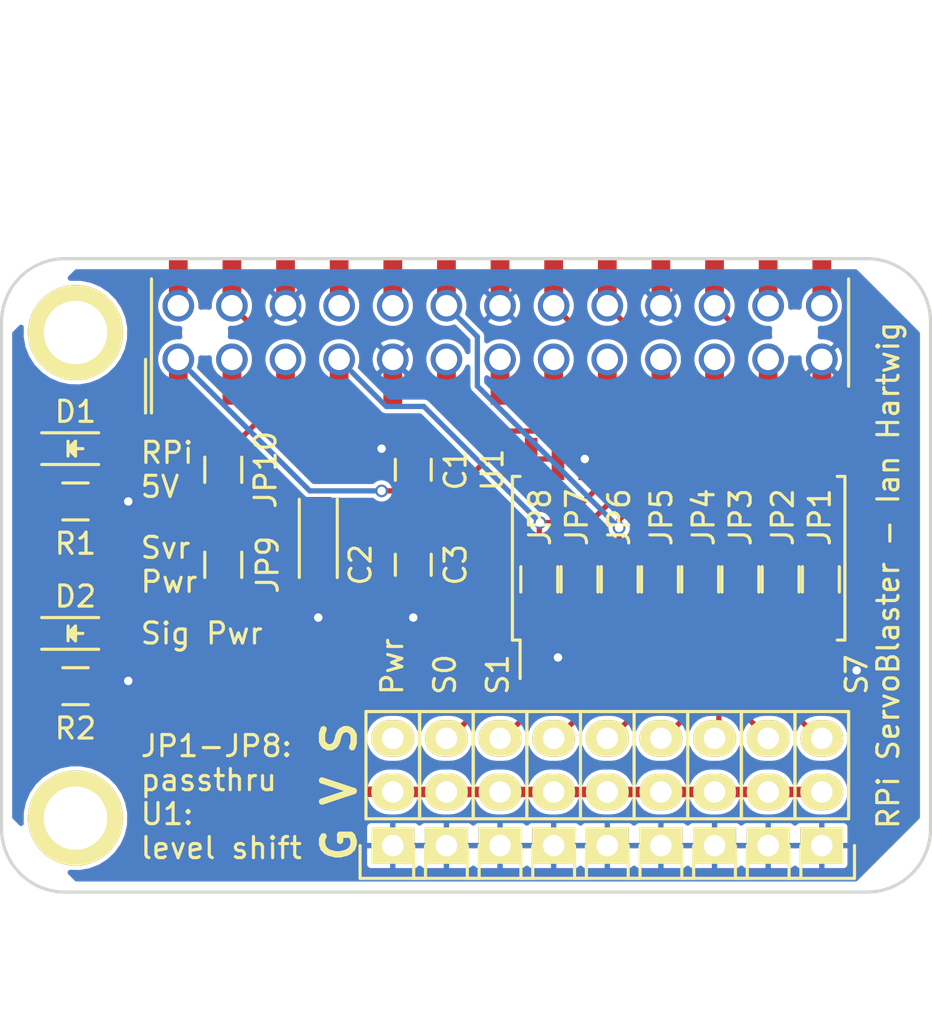
<source format=kicad_pcb>
(kicad_pcb (version 4) (host pcbnew 4.0.0-stable)

  (general
    (links 113)
    (no_connects 1)
    (area 119.924999 75.605 172.831668 128.245)
    (thickness 1.6)
    (drawings 18)
    (tracks 246)
    (zones 0)
    (modules 30)
    (nets 34)
  )

  (page A4)
  (layers
    (0 F.Cu signal)
    (31 B.Cu signal)
    (32 B.Adhes user)
    (33 F.Adhes user)
    (34 B.Paste user)
    (35 F.Paste user)
    (36 B.SilkS user)
    (37 F.SilkS user)
    (38 B.Mask user)
    (39 F.Mask user)
    (40 Dwgs.User user)
    (41 Cmts.User user)
    (42 Eco1.User user)
    (43 Eco2.User user)
    (44 Edge.Cuts user)
    (45 Margin user)
    (46 B.CrtYd user)
    (47 F.CrtYd user)
    (48 B.Fab user)
    (49 F.Fab user hide)
  )

  (setup
    (last_trace_width 0.25)
    (trace_clearance 0.2)
    (zone_clearance 0.2)
    (zone_45_only no)
    (trace_min 0.2)
    (segment_width 0.2)
    (edge_width 0.15)
    (via_size 0.6)
    (via_drill 0.4)
    (via_min_size 0.4)
    (via_min_drill 0.3)
    (uvia_size 0.3)
    (uvia_drill 0.1)
    (uvias_allowed no)
    (uvia_min_size 0.2)
    (uvia_min_drill 0.1)
    (pcb_text_width 0.3)
    (pcb_text_size 1.5 1.5)
    (mod_edge_width 0.15)
    (mod_text_size 1 1)
    (mod_text_width 0.15)
    (pad_size 2.032 1.7272)
    (pad_drill 1.016)
    (pad_to_mask_clearance 0.2)
    (aux_axis_origin 120 120)
    (visible_elements FFFFFF7F)
    (pcbplotparams
      (layerselection 0x010fc_80000001)
      (usegerberextensions true)
      (excludeedgelayer true)
      (linewidth 0.100000)
      (plotframeref false)
      (viasonmask false)
      (mode 1)
      (useauxorigin true)
      (hpglpennumber 1)
      (hpglpenspeed 20)
      (hpglpendiameter 15)
      (hpglpenoverlay 2)
      (psnegative false)
      (psa4output false)
      (plotreference true)
      (plotvalue true)
      (plotinvisibletext false)
      (padsonsilk false)
      (subtractmaskfromsilk false)
      (outputformat 1)
      (mirror false)
      (drillshape 0)
      (scaleselection 1)
      (outputdirectory gerber))
  )

  (net 0 "")
  (net 1 /RPI_3V3_1)
  (net 2 GND)
  (net 3 "Net-(C2-Pad1)")
  (net 4 /GPIO25_TCK)
  (net 5 /SERVO7)
  (net 6 /GPIO24_TDO)
  (net 7 /SERVO6)
  (net 8 /GPIO23_RTCK)
  (net 9 /SERVO5)
  (net 10 /GPIO22_TRST)
  (net 11 /SERVO4)
  (net 12 /GPIO27_TMS)
  (net 13 /SERVO3)
  (net 14 /GPIO18)
  (net 15 /SERVO2)
  (net 16 /GPIO17)
  (net 17 /SERVO1)
  (net 18 /GPIO4_TDI)
  (net 19 /SERVO0)
  (net 20 VCC)
  (net 21 /RPI_VBUS)
  (net 22 /GPIO1_SDA1)
  (net 23 /GPIO3_SCL1)
  (net 24 /GPIO14_TXD0)
  (net 25 /GPIO15_RXD0)
  (net 26 /RPI3V3_2)
  (net 27 /GPIO10_MOSI)
  (net 28 /GPIO9_MISO)
  (net 29 /GPIO11_SCLK)
  (net 30 /GPIO8_CE0#)
  (net 31 /GPIO7_CE1#)
  (net 32 "Net-(D1-Pad1)")
  (net 33 "Net-(D2-Pad1)")

  (net_class Default "This is the default net class."
    (clearance 0.2)
    (trace_width 0.25)
    (via_dia 0.6)
    (via_drill 0.4)
    (uvia_dia 0.3)
    (uvia_drill 0.1)
    (add_net /GPIO10_MOSI)
    (add_net /GPIO11_SCLK)
    (add_net /GPIO14_TXD0)
    (add_net /GPIO15_RXD0)
    (add_net /GPIO17)
    (add_net /GPIO18)
    (add_net /GPIO1_SDA1)
    (add_net /GPIO22_TRST)
    (add_net /GPIO23_RTCK)
    (add_net /GPIO24_TDO)
    (add_net /GPIO25_TCK)
    (add_net /GPIO27_TMS)
    (add_net /GPIO3_SCL1)
    (add_net /GPIO4_TDI)
    (add_net /GPIO7_CE1#)
    (add_net /GPIO8_CE0#)
    (add_net /GPIO9_MISO)
    (add_net /RPI3V3_2)
    (add_net /RPI_3V3_1)
    (add_net /RPI_VBUS)
    (add_net /SERVO0)
    (add_net /SERVO1)
    (add_net /SERVO2)
    (add_net /SERVO3)
    (add_net /SERVO4)
    (add_net /SERVO5)
    (add_net /SERVO6)
    (add_net /SERVO7)
    (add_net GND)
    (add_net "Net-(C2-Pad1)")
    (add_net "Net-(D1-Pad1)")
    (add_net "Net-(D2-Pad1)")
  )

  (net_class Thick ""
    (clearance 0.2)
    (trace_width 0.5)
    (via_dia 0.9)
    (via_drill 0.4)
    (uvia_dia 0.3)
    (uvia_drill 0.1)
    (add_net VCC)
  )

  (module Capacitors_SMD:C_0805 (layer F.Cu) (tedit 5415D6EA) (tstamp 56EA38C4)
    (at 139.5 100 90)
    (descr "Capacitor SMD 0805, reflow soldering, AVX (see smccp.pdf)")
    (tags "capacitor 0805")
    (path /56EA5275)
    (attr smd)
    (fp_text reference C1 (at 0 2 90) (layer F.SilkS)
      (effects (font (size 1 1) (thickness 0.15)))
    )
    (fp_text value 0.1uF (at 0 2.1 90) (layer F.Fab)
      (effects (font (size 1 1) (thickness 0.15)))
    )
    (fp_line (start -1.8 -1) (end 1.8 -1) (layer F.CrtYd) (width 0.05))
    (fp_line (start -1.8 1) (end 1.8 1) (layer F.CrtYd) (width 0.05))
    (fp_line (start -1.8 -1) (end -1.8 1) (layer F.CrtYd) (width 0.05))
    (fp_line (start 1.8 -1) (end 1.8 1) (layer F.CrtYd) (width 0.05))
    (fp_line (start 0.5 -0.85) (end -0.5 -0.85) (layer F.SilkS) (width 0.15))
    (fp_line (start -0.5 0.85) (end 0.5 0.85) (layer F.SilkS) (width 0.15))
    (pad 1 smd rect (at -1 0 90) (size 1 1.25) (layers F.Cu F.Paste F.Mask)
      (net 1 /RPI_3V3_1))
    (pad 2 smd rect (at 1 0 90) (size 1 1.25) (layers F.Cu F.Paste F.Mask)
      (net 2 GND))
    (model Capacitors_SMD.3dshapes/C_0805.wrl
      (at (xyz 0 0 0))
      (scale (xyz 1 1 1))
      (rotate (xyz 0 0 0))
    )
  )

  (module Capacitors_Tantalum_SMD:TantalC_SizeA_EIA-3216_Reflow (layer F.Cu) (tedit 555EF642) (tstamp 56EA38CA)
    (at 135 103.5 270)
    (descr "Tantal Cap. , Size A, EIA-3216, Reflow")
    (tags "Tantal Capacitor Size-A EIA-3216 reflow")
    (path /56EA4A0A)
    (attr smd)
    (fp_text reference C2 (at 1 -2 270) (layer F.SilkS)
      (effects (font (size 1 1) (thickness 0.15)))
    )
    (fp_text value 4.7uF (at 0 2.1 270) (layer F.Fab)
      (effects (font (size 1 1) (thickness 0.15)))
    )
    (fp_line (start 1.6 0.9) (end -2.1 0.9) (layer F.SilkS) (width 0.15))
    (fp_line (start 1.6 -0.9) (end -2.1 -0.9) (layer F.SilkS) (width 0.15))
    (fp_line (start -2.5 1.2) (end 2.5 1.2) (layer F.CrtYd) (width 0.05))
    (fp_line (start 2.5 1.2) (end 2.5 -1.2) (layer F.CrtYd) (width 0.05))
    (fp_line (start 2.5 -1.2) (end -2.5 -1.2) (layer F.CrtYd) (width 0.05))
    (fp_line (start -2.5 -1.2) (end -2.5 1.2) (layer F.CrtYd) (width 0.05))
    (pad 2 smd rect (at 1.31 0 270) (size 1.8 1.23) (layers F.Cu F.Paste F.Mask)
      (net 2 GND))
    (pad 1 smd rect (at -1.31 0 270) (size 1.8 1.23) (layers F.Cu F.Paste F.Mask)
      (net 3 "Net-(C2-Pad1)"))
    (model Capacitors_Tantalum_SMD.3dshapes/TantalC_SizeA_EIA-3216_Reflow.wrl
      (at (xyz 0 0 0))
      (scale (xyz 1 1 1))
      (rotate (xyz 0 0 180))
    )
  )

  (module Capacitors_SMD:C_0805 (layer F.Cu) (tedit 5415D6EA) (tstamp 56EA38D0)
    (at 139.5 104.5 270)
    (descr "Capacitor SMD 0805, reflow soldering, AVX (see smccp.pdf)")
    (tags "capacitor 0805")
    (path /56EA4A82)
    (attr smd)
    (fp_text reference C3 (at 0 -2 270) (layer F.SilkS)
      (effects (font (size 1 1) (thickness 0.15)))
    )
    (fp_text value 0.1uF (at 0 2.1 270) (layer F.Fab)
      (effects (font (size 1 1) (thickness 0.15)))
    )
    (fp_line (start -1.8 -1) (end 1.8 -1) (layer F.CrtYd) (width 0.05))
    (fp_line (start -1.8 1) (end 1.8 1) (layer F.CrtYd) (width 0.05))
    (fp_line (start -1.8 -1) (end -1.8 1) (layer F.CrtYd) (width 0.05))
    (fp_line (start 1.8 -1) (end 1.8 1) (layer F.CrtYd) (width 0.05))
    (fp_line (start 0.5 -0.85) (end -0.5 -0.85) (layer F.SilkS) (width 0.15))
    (fp_line (start -0.5 0.85) (end 0.5 0.85) (layer F.SilkS) (width 0.15))
    (pad 1 smd rect (at -1 0 270) (size 1 1.25) (layers F.Cu F.Paste F.Mask)
      (net 3 "Net-(C2-Pad1)"))
    (pad 2 smd rect (at 1 0 270) (size 1 1.25) (layers F.Cu F.Paste F.Mask)
      (net 2 GND))
    (model Capacitors_SMD.3dshapes/C_0805.wrl
      (at (xyz 0 0 0))
      (scale (xyz 1 1 1))
      (rotate (xyz 0 0 0))
    )
  )

  (module servoblaster-breakout-special:hole-no4 (layer F.Cu) (tedit 56EA1EA8) (tstamp 56EA38D5)
    (at 156 78)
    (path /56EA1331)
    (fp_text reference H1 (at 7.62 1.27) (layer F.SilkS) hide
      (effects (font (size 1 1) (thickness 0.15)))
    )
    (fp_text value hole-grounded-no4 (at 8.89 -1.27) (layer F.Fab) hide
      (effects (font (size 1 1) (thickness 0.15)))
    )
    (pad 1 thru_hole circle (at -32.5 15.5) (size 4.5 4.5) (drill 3) (layers *.Cu *.Mask F.SilkS))
  )

  (module servoblaster-breakout-special:hole-no4 (layer F.Cu) (tedit 56EA1E84) (tstamp 56EA38DA)
    (at 153 126)
    (path /56EA1386)
    (fp_text reference H2 (at 7.62 1.27) (layer F.SilkS) hide
      (effects (font (size 1 1) (thickness 0.15)))
    )
    (fp_text value hole-grounded-no4 (at 8.89 -1.27) (layer F.Fab) hide
      (effects (font (size 1 1) (thickness 0.15)))
    )
    (pad 1 thru_hole circle (at -29.5 -9.5) (size 4.5 4.5) (drill 3) (layers *.Cu *.Mask F.SilkS))
  )

  (module servoblaster-breakout-special:Pin_Header_Straight_TH-SMT_2x13 (layer F.Cu) (tedit 56AD2B43) (tstamp 56EA396B)
    (at 128.37 94.77 90)
    (descr "Through hole pin header")
    (tags "pin header")
    (path /56EA04B8)
    (fp_text reference P1 (at 0 -5.1 90) (layer F.SilkS)
      (effects (font (size 1 1) (thickness 0.15)))
    )
    (fp_text value CONN_02X13 (at 0 -3.1 90) (layer F.Fab)
      (effects (font (size 1 1) (thickness 0.15)))
    )
    (fp_line (start -1.27 -1.27) (end -1.27 31.75) (layer F.CrtYd) (width 0.05))
    (fp_line (start 3.81 -1.27) (end 3.81 31.75) (layer F.CrtYd) (width 0.05))
    (fp_line (start -1.27 -1.27) (end 3.81 -1.27) (layer F.CrtYd) (width 0.05))
    (fp_line (start -1.27 31.75) (end 3.81 31.75) (layer F.CrtYd) (width 0.05))
    (fp_line (start 3.81 31.75) (end -1.27 31.75) (layer F.SilkS) (width 0.15))
    (fp_line (start 0 -1.55) (end -2.54 -1.55) (layer F.SilkS) (width 0.15))
    (fp_line (start 3.81 -1.27) (end -2.54 -1.27) (layer F.SilkS) (width 0.15))
    (pad 1 smd rect (at -1.31 0 90) (size 1.68 0.889) (layers F.Cu F.Paste F.Mask)
      (net 1 /RPI_3V3_1))
    (pad 2 smd rect (at 3.85 0 90) (size 1.68 0.889) (layers F.Cu F.Paste F.Mask)
      (net 21 /RPI_VBUS))
    (pad 3 smd rect (at -1.31 2.54 90) (size 1.68 0.889) (layers F.Cu F.Paste F.Mask)
      (net 22 /GPIO1_SDA1))
    (pad 4 smd rect (at 3.85 2.54 90) (size 1.68 0.889) (layers F.Cu F.Paste F.Mask)
      (net 21 /RPI_VBUS))
    (pad 5 smd rect (at -1.31 5.08 90) (size 1.68 0.889) (layers F.Cu F.Paste F.Mask)
      (net 23 /GPIO3_SCL1))
    (pad 6 smd rect (at 3.85 5.08 90) (size 1.68 0.889) (layers F.Cu F.Paste F.Mask)
      (net 2 GND))
    (pad 7 smd rect (at -1.31 7.62 90) (size 1.68 0.889) (layers F.Cu F.Paste F.Mask)
      (net 18 /GPIO4_TDI))
    (pad 8 smd rect (at 3.85 7.62 90) (size 1.68 0.889) (layers F.Cu F.Paste F.Mask)
      (net 24 /GPIO14_TXD0))
    (pad 9 smd rect (at -1.31 10.16 90) (size 1.68 0.889) (layers F.Cu F.Paste F.Mask)
      (net 2 GND))
    (pad 10 smd rect (at 3.85 10.16 90) (size 1.68 0.889) (layers F.Cu F.Paste F.Mask)
      (net 25 /GPIO15_RXD0))
    (pad 11 smd rect (at -1.31 12.7 90) (size 1.68 0.889) (layers F.Cu F.Paste F.Mask)
      (net 16 /GPIO17))
    (pad 12 smd rect (at 3.85 12.7 90) (size 1.68 0.889) (layers F.Cu F.Paste F.Mask)
      (net 14 /GPIO18))
    (pad 13 smd rect (at -1.31 15.24 90) (size 1.68 0.889) (layers F.Cu F.Paste F.Mask)
      (net 12 /GPIO27_TMS))
    (pad 14 smd rect (at 3.85 15.24 90) (size 1.68 0.889) (layers F.Cu F.Paste F.Mask)
      (net 2 GND))
    (pad 15 smd rect (at -1.31 17.78 90) (size 1.68 0.889) (layers F.Cu F.Paste F.Mask)
      (net 10 /GPIO22_TRST))
    (pad 16 smd rect (at 3.85 17.78 90) (size 1.68 0.889) (layers F.Cu F.Paste F.Mask)
      (net 8 /GPIO23_RTCK))
    (pad 17 smd rect (at -1.31 20.32 90) (size 1.68 0.889) (layers F.Cu F.Paste F.Mask)
      (net 26 /RPI3V3_2))
    (pad 18 smd rect (at 3.85 20.32 90) (size 1.68 0.889) (layers F.Cu F.Paste F.Mask)
      (net 6 /GPIO24_TDO))
    (pad 19 smd rect (at -1.31 22.86 90) (size 1.68 0.889) (layers F.Cu F.Paste F.Mask)
      (net 27 /GPIO10_MOSI))
    (pad 20 smd rect (at 3.85 22.86 90) (size 1.68 0.889) (layers F.Cu F.Paste F.Mask)
      (net 2 GND))
    (pad 21 smd rect (at -1.31 25.4 90) (size 1.68 0.889) (layers F.Cu F.Paste F.Mask)
      (net 28 /GPIO9_MISO))
    (pad 22 smd rect (at 3.85 25.4 90) (size 1.68 0.889) (layers F.Cu F.Paste F.Mask)
      (net 4 /GPIO25_TCK))
    (pad 23 smd rect (at -1.31 27.94 90) (size 1.68 0.889) (layers F.Cu F.Paste F.Mask)
      (net 29 /GPIO11_SCLK))
    (pad 24 smd rect (at 3.85 27.94 90) (size 1.68 0.889) (layers F.Cu F.Paste F.Mask)
      (net 30 /GPIO8_CE0#))
    (pad 25 smd rect (at -1.31 30.48 90) (size 1.68 0.889) (layers F.Cu F.Paste F.Mask)
      (net 2 GND))
    (pad 26 smd rect (at 3.85 30.48 90) (size 1.68 0.889) (layers F.Cu F.Paste F.Mask)
      (net 31 /GPIO7_CE1#))
    (pad 1 thru_hole circle (at 0 0 90) (size 1.5 1.5) (drill 1.016) (layers *.Cu *.Mask)
      (net 1 /RPI_3V3_1))
    (pad "" np_thru_hole circle (at 1.27 1.27 90) (size 1.78 1.78) (drill 1.78) (layers *.Cu)
      (solder_mask_margin 0.001))
    (pad 2 thru_hole circle (at 2.54 0 90) (size 1.5 1.5) (drill 1.016) (layers *.Cu *.Mask)
      (net 21 /RPI_VBUS))
    (pad 3 thru_hole circle (at 0 2.54 90) (size 1.5 1.5) (drill 1.016) (layers *.Cu *.Mask)
      (net 22 /GPIO1_SDA1))
    (pad 5 thru_hole circle (at 0 5.08 90) (size 1.5 1.5) (drill 1.016) (layers *.Cu *.Mask)
      (net 23 /GPIO3_SCL1))
    (pad 7 thru_hole circle (at 0 7.62 90) (size 1.5 1.5) (drill 1.016) (layers *.Cu *.Mask)
      (net 18 /GPIO4_TDI))
    (pad 9 thru_hole circle (at 0 10.16 90) (size 1.5 1.5) (drill 1.016) (layers *.Cu *.Mask)
      (net 2 GND))
    (pad 11 thru_hole circle (at 0 12.7 90) (size 1.5 1.5) (drill 1.016) (layers *.Cu *.Mask)
      (net 16 /GPIO17))
    (pad 13 thru_hole circle (at 0 15.24 90) (size 1.5 1.5) (drill 1.016) (layers *.Cu *.Mask)
      (net 12 /GPIO27_TMS))
    (pad 15 thru_hole circle (at 0 17.78 90) (size 1.5 1.5) (drill 1.016) (layers *.Cu *.Mask)
      (net 10 /GPIO22_TRST))
    (pad 17 thru_hole circle (at 0 20.32 90) (size 1.5 1.5) (drill 1.016) (layers *.Cu *.Mask)
      (net 26 /RPI3V3_2))
    (pad 19 thru_hole circle (at 0 22.86 90) (size 1.5 1.5) (drill 1.016) (layers *.Cu *.Mask)
      (net 27 /GPIO10_MOSI))
    (pad 21 thru_hole circle (at 0 25.4 90) (size 1.5 1.5) (drill 1.016) (layers *.Cu *.Mask)
      (net 28 /GPIO9_MISO))
    (pad 23 thru_hole circle (at 0 27.94 90) (size 1.5 1.5) (drill 1.016) (layers *.Cu *.Mask)
      (net 29 /GPIO11_SCLK))
    (pad 25 thru_hole circle (at 0 30.48 90) (size 1.5 1.5) (drill 1.016) (layers *.Cu *.Mask)
      (net 2 GND))
    (pad 4 thru_hole circle (at 2.54 2.54 90) (size 1.5 1.5) (drill 1.016) (layers *.Cu *.Mask)
      (net 21 /RPI_VBUS))
    (pad 6 thru_hole circle (at 2.54 5.08 90) (size 1.5 1.5) (drill 1.016) (layers *.Cu *.Mask)
      (net 2 GND))
    (pad 8 thru_hole circle (at 2.54 7.62 90) (size 1.5 1.5) (drill 1.016) (layers *.Cu *.Mask)
      (net 24 /GPIO14_TXD0))
    (pad 10 thru_hole circle (at 2.54 10.16 90) (size 1.5 1.5) (drill 1.016) (layers *.Cu *.Mask)
      (net 25 /GPIO15_RXD0))
    (pad 12 thru_hole circle (at 2.54 12.7 90) (size 1.5 1.5) (drill 1.016) (layers *.Cu *.Mask)
      (net 14 /GPIO18))
    (pad 14 thru_hole circle (at 2.54 15.24 90) (size 1.5 1.5) (drill 1.016) (layers *.Cu *.Mask)
      (net 2 GND))
    (pad 16 thru_hole circle (at 2.54 17.78 90) (size 1.5 1.5) (drill 1.016) (layers *.Cu *.Mask)
      (net 8 /GPIO23_RTCK))
    (pad 18 thru_hole circle (at 2.54 20.32 90) (size 1.5 1.5) (drill 1.016) (layers *.Cu *.Mask)
      (net 6 /GPIO24_TDO))
    (pad 20 thru_hole circle (at 2.54 22.86 90) (size 1.5 1.5) (drill 1.016) (layers *.Cu *.Mask)
      (net 2 GND))
    (pad 22 thru_hole circle (at 2.54 25.4 90) (size 1.5 1.5) (drill 1.016) (layers *.Cu *.Mask)
      (net 4 /GPIO25_TCK))
    (pad 24 thru_hole circle (at 2.54 27.94 90) (size 1.5 1.5) (drill 1.016) (layers *.Cu *.Mask)
      (net 30 /GPIO8_CE0#))
    (pad 26 thru_hole circle (at 2.54 30.48 90) (size 1.5 1.5) (drill 1.016) (layers *.Cu *.Mask)
      (net 31 /GPIO7_CE1#))
    (pad "" np_thru_hole circle (at 1.27 29.21 90) (size 1.78 1.78) (drill 1.78) (layers *.Cu))
    (model Pin_Headers.3dshapes/Pin_Header_Straight_2x13.wrl
      (at (xyz 0.05 -0.6 0))
      (scale (xyz 1 1 1))
      (rotate (xyz 0 0 90))
    )
  )

  (module Pin_Headers:Pin_Header_Straight_1x03 (layer F.Cu) (tedit 56EA38A1) (tstamp 56EA3972)
    (at 138.53 117.8 180)
    (descr "Through hole pin header")
    (tags "pin header")
    (path /56EA0530)
    (fp_text reference P2 (at 0 -5.1 180) (layer F.SilkS) hide
      (effects (font (size 1 1) (thickness 0.15)))
    )
    (fp_text value CONN_01X03 (at 0 -3.1 180) (layer F.Fab)
      (effects (font (size 1 1) (thickness 0.15)))
    )
    (fp_line (start -1.75 -1.75) (end -1.75 6.85) (layer F.CrtYd) (width 0.05))
    (fp_line (start 1.75 -1.75) (end 1.75 6.85) (layer F.CrtYd) (width 0.05))
    (fp_line (start -1.75 -1.75) (end 1.75 -1.75) (layer F.CrtYd) (width 0.05))
    (fp_line (start -1.75 6.85) (end 1.75 6.85) (layer F.CrtYd) (width 0.05))
    (fp_line (start -1.27 1.27) (end -1.27 6.35) (layer F.SilkS) (width 0.15))
    (fp_line (start -1.27 6.35) (end 1.27 6.35) (layer F.SilkS) (width 0.15))
    (fp_line (start 1.27 6.35) (end 1.27 1.27) (layer F.SilkS) (width 0.15))
    (fp_line (start 1.55 -1.55) (end 1.55 0) (layer F.SilkS) (width 0.15))
    (fp_line (start 1.27 1.27) (end -1.27 1.27) (layer F.SilkS) (width 0.15))
    (fp_line (start -1.55 0) (end -1.55 -1.55) (layer F.SilkS) (width 0.15))
    (fp_line (start -1.55 -1.55) (end 1.55 -1.55) (layer F.SilkS) (width 0.15))
    (pad 1 thru_hole rect (at 0 0 180) (size 2.032 1.7272) (drill 1.016) (layers *.Cu *.Mask F.SilkS)
      (net 2 GND))
    (pad 2 thru_hole oval (at 0 2.54 180) (size 2.032 1.7272) (drill 1.016) (layers *.Cu *.Mask F.SilkS)
      (net 20 VCC))
    (pad 3 thru_hole oval (at 0 5.08 180) (size 2.032 1.7272) (drill 1.016) (layers *.Cu *.Mask F.SilkS))
    (model Pin_Headers.3dshapes/Pin_Header_Straight_1x03.wrl
      (at (xyz 0 -0.1 0))
      (scale (xyz 1 1 1))
      (rotate (xyz 0 0 90))
    )
  )

  (module Pin_Headers:Pin_Header_Straight_1x03 (layer F.Cu) (tedit 56EA389E) (tstamp 56EA3979)
    (at 141.07 117.8 180)
    (descr "Through hole pin header")
    (tags "pin header")
    (path /56EA0582)
    (fp_text reference P3 (at 0 -5.1 180) (layer F.SilkS) hide
      (effects (font (size 1 1) (thickness 0.15)))
    )
    (fp_text value CONN_01X03 (at 0 -3.1 180) (layer F.Fab)
      (effects (font (size 1 1) (thickness 0.15)))
    )
    (fp_line (start -1.75 -1.75) (end -1.75 6.85) (layer F.CrtYd) (width 0.05))
    (fp_line (start 1.75 -1.75) (end 1.75 6.85) (layer F.CrtYd) (width 0.05))
    (fp_line (start -1.75 -1.75) (end 1.75 -1.75) (layer F.CrtYd) (width 0.05))
    (fp_line (start -1.75 6.85) (end 1.75 6.85) (layer F.CrtYd) (width 0.05))
    (fp_line (start -1.27 1.27) (end -1.27 6.35) (layer F.SilkS) (width 0.15))
    (fp_line (start -1.27 6.35) (end 1.27 6.35) (layer F.SilkS) (width 0.15))
    (fp_line (start 1.27 6.35) (end 1.27 1.27) (layer F.SilkS) (width 0.15))
    (fp_line (start 1.55 -1.55) (end 1.55 0) (layer F.SilkS) (width 0.15))
    (fp_line (start 1.27 1.27) (end -1.27 1.27) (layer F.SilkS) (width 0.15))
    (fp_line (start -1.55 0) (end -1.55 -1.55) (layer F.SilkS) (width 0.15))
    (fp_line (start -1.55 -1.55) (end 1.55 -1.55) (layer F.SilkS) (width 0.15))
    (pad 1 thru_hole rect (at 0 0 180) (size 2.032 1.7272) (drill 1.016) (layers *.Cu *.Mask F.SilkS)
      (net 2 GND))
    (pad 2 thru_hole oval (at 0 2.54 180) (size 2.032 1.7272) (drill 1.016) (layers *.Cu *.Mask F.SilkS)
      (net 20 VCC))
    (pad 3 thru_hole oval (at 0 5.08 180) (size 2.032 1.7272) (drill 1.016) (layers *.Cu *.Mask F.SilkS)
      (net 19 /SERVO0))
    (model Pin_Headers.3dshapes/Pin_Header_Straight_1x03.wrl
      (at (xyz 0 -0.1 0))
      (scale (xyz 1 1 1))
      (rotate (xyz 0 0 90))
    )
  )

  (module Pin_Headers:Pin_Header_Straight_1x03 (layer F.Cu) (tedit 56EA389C) (tstamp 56EA3980)
    (at 143.61 117.8 180)
    (descr "Through hole pin header")
    (tags "pin header")
    (path /56EA05AB)
    (fp_text reference P4 (at 0 -5.1 180) (layer F.SilkS) hide
      (effects (font (size 1 1) (thickness 0.15)))
    )
    (fp_text value CONN_01X03 (at 0 -3.1 180) (layer F.Fab)
      (effects (font (size 1 1) (thickness 0.15)))
    )
    (fp_line (start -1.75 -1.75) (end -1.75 6.85) (layer F.CrtYd) (width 0.05))
    (fp_line (start 1.75 -1.75) (end 1.75 6.85) (layer F.CrtYd) (width 0.05))
    (fp_line (start -1.75 -1.75) (end 1.75 -1.75) (layer F.CrtYd) (width 0.05))
    (fp_line (start -1.75 6.85) (end 1.75 6.85) (layer F.CrtYd) (width 0.05))
    (fp_line (start -1.27 1.27) (end -1.27 6.35) (layer F.SilkS) (width 0.15))
    (fp_line (start -1.27 6.35) (end 1.27 6.35) (layer F.SilkS) (width 0.15))
    (fp_line (start 1.27 6.35) (end 1.27 1.27) (layer F.SilkS) (width 0.15))
    (fp_line (start 1.55 -1.55) (end 1.55 0) (layer F.SilkS) (width 0.15))
    (fp_line (start 1.27 1.27) (end -1.27 1.27) (layer F.SilkS) (width 0.15))
    (fp_line (start -1.55 0) (end -1.55 -1.55) (layer F.SilkS) (width 0.15))
    (fp_line (start -1.55 -1.55) (end 1.55 -1.55) (layer F.SilkS) (width 0.15))
    (pad 1 thru_hole rect (at 0 0 180) (size 2.032 1.7272) (drill 1.016) (layers *.Cu *.Mask F.SilkS)
      (net 2 GND))
    (pad 2 thru_hole oval (at 0 2.54 180) (size 2.032 1.7272) (drill 1.016) (layers *.Cu *.Mask F.SilkS)
      (net 20 VCC))
    (pad 3 thru_hole oval (at 0 5.08 180) (size 2.032 1.7272) (drill 1.016) (layers *.Cu *.Mask F.SilkS)
      (net 17 /SERVO1))
    (model Pin_Headers.3dshapes/Pin_Header_Straight_1x03.wrl
      (at (xyz 0 -0.1 0))
      (scale (xyz 1 1 1))
      (rotate (xyz 0 0 90))
    )
  )

  (module Pin_Headers:Pin_Header_Straight_1x03 (layer F.Cu) (tedit 56EA3899) (tstamp 56EA3987)
    (at 146.15 117.8 180)
    (descr "Through hole pin header")
    (tags "pin header")
    (path /56EA0607)
    (fp_text reference P5 (at 0 -5.1 180) (layer F.SilkS) hide
      (effects (font (size 1 1) (thickness 0.15)))
    )
    (fp_text value CONN_01X03 (at 0 -3.1 180) (layer F.Fab)
      (effects (font (size 1 1) (thickness 0.15)))
    )
    (fp_line (start -1.75 -1.75) (end -1.75 6.85) (layer F.CrtYd) (width 0.05))
    (fp_line (start 1.75 -1.75) (end 1.75 6.85) (layer F.CrtYd) (width 0.05))
    (fp_line (start -1.75 -1.75) (end 1.75 -1.75) (layer F.CrtYd) (width 0.05))
    (fp_line (start -1.75 6.85) (end 1.75 6.85) (layer F.CrtYd) (width 0.05))
    (fp_line (start -1.27 1.27) (end -1.27 6.35) (layer F.SilkS) (width 0.15))
    (fp_line (start -1.27 6.35) (end 1.27 6.35) (layer F.SilkS) (width 0.15))
    (fp_line (start 1.27 6.35) (end 1.27 1.27) (layer F.SilkS) (width 0.15))
    (fp_line (start 1.55 -1.55) (end 1.55 0) (layer F.SilkS) (width 0.15))
    (fp_line (start 1.27 1.27) (end -1.27 1.27) (layer F.SilkS) (width 0.15))
    (fp_line (start -1.55 0) (end -1.55 -1.55) (layer F.SilkS) (width 0.15))
    (fp_line (start -1.55 -1.55) (end 1.55 -1.55) (layer F.SilkS) (width 0.15))
    (pad 1 thru_hole rect (at 0 0 180) (size 2.032 1.7272) (drill 1.016) (layers *.Cu *.Mask F.SilkS)
      (net 2 GND))
    (pad 2 thru_hole oval (at 0 2.54 180) (size 2.032 1.7272) (drill 1.016) (layers *.Cu *.Mask F.SilkS)
      (net 20 VCC))
    (pad 3 thru_hole oval (at 0 5.08 180) (size 2.032 1.7272) (drill 1.016) (layers *.Cu *.Mask F.SilkS)
      (net 15 /SERVO2))
    (model Pin_Headers.3dshapes/Pin_Header_Straight_1x03.wrl
      (at (xyz 0 -0.1 0))
      (scale (xyz 1 1 1))
      (rotate (xyz 0 0 90))
    )
  )

  (module Pin_Headers:Pin_Header_Straight_1x03 (layer F.Cu) (tedit 56EA3897) (tstamp 56EA398E)
    (at 148.69 117.8 180)
    (descr "Through hole pin header")
    (tags "pin header")
    (path /56EA062D)
    (fp_text reference P6 (at 0 -5.1 180) (layer F.SilkS) hide
      (effects (font (size 1 1) (thickness 0.15)))
    )
    (fp_text value CONN_01X03 (at 0 -3.1 180) (layer F.Fab)
      (effects (font (size 1 1) (thickness 0.15)))
    )
    (fp_line (start -1.75 -1.75) (end -1.75 6.85) (layer F.CrtYd) (width 0.05))
    (fp_line (start 1.75 -1.75) (end 1.75 6.85) (layer F.CrtYd) (width 0.05))
    (fp_line (start -1.75 -1.75) (end 1.75 -1.75) (layer F.CrtYd) (width 0.05))
    (fp_line (start -1.75 6.85) (end 1.75 6.85) (layer F.CrtYd) (width 0.05))
    (fp_line (start -1.27 1.27) (end -1.27 6.35) (layer F.SilkS) (width 0.15))
    (fp_line (start -1.27 6.35) (end 1.27 6.35) (layer F.SilkS) (width 0.15))
    (fp_line (start 1.27 6.35) (end 1.27 1.27) (layer F.SilkS) (width 0.15))
    (fp_line (start 1.55 -1.55) (end 1.55 0) (layer F.SilkS) (width 0.15))
    (fp_line (start 1.27 1.27) (end -1.27 1.27) (layer F.SilkS) (width 0.15))
    (fp_line (start -1.55 0) (end -1.55 -1.55) (layer F.SilkS) (width 0.15))
    (fp_line (start -1.55 -1.55) (end 1.55 -1.55) (layer F.SilkS) (width 0.15))
    (pad 1 thru_hole rect (at 0 0 180) (size 2.032 1.7272) (drill 1.016) (layers *.Cu *.Mask F.SilkS)
      (net 2 GND))
    (pad 2 thru_hole oval (at 0 2.54 180) (size 2.032 1.7272) (drill 1.016) (layers *.Cu *.Mask F.SilkS)
      (net 20 VCC))
    (pad 3 thru_hole oval (at 0 5.08 180) (size 2.032 1.7272) (drill 1.016) (layers *.Cu *.Mask F.SilkS)
      (net 13 /SERVO3))
    (model Pin_Headers.3dshapes/Pin_Header_Straight_1x03.wrl
      (at (xyz 0 -0.1 0))
      (scale (xyz 1 1 1))
      (rotate (xyz 0 0 90))
    )
  )

  (module Pin_Headers:Pin_Header_Straight_1x03 (layer F.Cu) (tedit 56EA3895) (tstamp 56EA3995)
    (at 151.23 117.8 180)
    (descr "Through hole pin header")
    (tags "pin header")
    (path /56EA0659)
    (fp_text reference P7 (at 0 -5.1 180) (layer F.SilkS) hide
      (effects (font (size 1 1) (thickness 0.15)))
    )
    (fp_text value CONN_01X03 (at 0 -3.1 180) (layer F.Fab)
      (effects (font (size 1 1) (thickness 0.15)))
    )
    (fp_line (start -1.75 -1.75) (end -1.75 6.85) (layer F.CrtYd) (width 0.05))
    (fp_line (start 1.75 -1.75) (end 1.75 6.85) (layer F.CrtYd) (width 0.05))
    (fp_line (start -1.75 -1.75) (end 1.75 -1.75) (layer F.CrtYd) (width 0.05))
    (fp_line (start -1.75 6.85) (end 1.75 6.85) (layer F.CrtYd) (width 0.05))
    (fp_line (start -1.27 1.27) (end -1.27 6.35) (layer F.SilkS) (width 0.15))
    (fp_line (start -1.27 6.35) (end 1.27 6.35) (layer F.SilkS) (width 0.15))
    (fp_line (start 1.27 6.35) (end 1.27 1.27) (layer F.SilkS) (width 0.15))
    (fp_line (start 1.55 -1.55) (end 1.55 0) (layer F.SilkS) (width 0.15))
    (fp_line (start 1.27 1.27) (end -1.27 1.27) (layer F.SilkS) (width 0.15))
    (fp_line (start -1.55 0) (end -1.55 -1.55) (layer F.SilkS) (width 0.15))
    (fp_line (start -1.55 -1.55) (end 1.55 -1.55) (layer F.SilkS) (width 0.15))
    (pad 1 thru_hole rect (at 0 0 180) (size 2.032 1.7272) (drill 1.016) (layers *.Cu *.Mask F.SilkS)
      (net 2 GND))
    (pad 2 thru_hole oval (at 0 2.54 180) (size 2.032 1.7272) (drill 1.016) (layers *.Cu *.Mask F.SilkS)
      (net 20 VCC))
    (pad 3 thru_hole oval (at 0 5.08 180) (size 2.032 1.7272) (drill 1.016) (layers *.Cu *.Mask F.SilkS)
      (net 11 /SERVO4))
    (model Pin_Headers.3dshapes/Pin_Header_Straight_1x03.wrl
      (at (xyz 0 -0.1 0))
      (scale (xyz 1 1 1))
      (rotate (xyz 0 0 90))
    )
  )

  (module Pin_Headers:Pin_Header_Straight_1x03 (layer F.Cu) (tedit 56EA3892) (tstamp 56EA399C)
    (at 153.77 117.8 180)
    (descr "Through hole pin header")
    (tags "pin header")
    (path /56EA0687)
    (fp_text reference P8 (at 0 -5.1 180) (layer F.SilkS) hide
      (effects (font (size 1 1) (thickness 0.15)))
    )
    (fp_text value CONN_01X03 (at 0 -3.1 180) (layer F.Fab)
      (effects (font (size 1 1) (thickness 0.15)))
    )
    (fp_line (start -1.75 -1.75) (end -1.75 6.85) (layer F.CrtYd) (width 0.05))
    (fp_line (start 1.75 -1.75) (end 1.75 6.85) (layer F.CrtYd) (width 0.05))
    (fp_line (start -1.75 -1.75) (end 1.75 -1.75) (layer F.CrtYd) (width 0.05))
    (fp_line (start -1.75 6.85) (end 1.75 6.85) (layer F.CrtYd) (width 0.05))
    (fp_line (start -1.27 1.27) (end -1.27 6.35) (layer F.SilkS) (width 0.15))
    (fp_line (start -1.27 6.35) (end 1.27 6.35) (layer F.SilkS) (width 0.15))
    (fp_line (start 1.27 6.35) (end 1.27 1.27) (layer F.SilkS) (width 0.15))
    (fp_line (start 1.55 -1.55) (end 1.55 0) (layer F.SilkS) (width 0.15))
    (fp_line (start 1.27 1.27) (end -1.27 1.27) (layer F.SilkS) (width 0.15))
    (fp_line (start -1.55 0) (end -1.55 -1.55) (layer F.SilkS) (width 0.15))
    (fp_line (start -1.55 -1.55) (end 1.55 -1.55) (layer F.SilkS) (width 0.15))
    (pad 1 thru_hole rect (at 0 0 180) (size 2.032 1.7272) (drill 1.016) (layers *.Cu *.Mask F.SilkS)
      (net 2 GND))
    (pad 2 thru_hole oval (at 0 2.54 180) (size 2.032 1.7272) (drill 1.016) (layers *.Cu *.Mask F.SilkS)
      (net 20 VCC))
    (pad 3 thru_hole oval (at 0 5.08 180) (size 2.032 1.7272) (drill 1.016) (layers *.Cu *.Mask F.SilkS)
      (net 9 /SERVO5))
    (model Pin_Headers.3dshapes/Pin_Header_Straight_1x03.wrl
      (at (xyz 0 -0.1 0))
      (scale (xyz 1 1 1))
      (rotate (xyz 0 0 90))
    )
  )

  (module Pin_Headers:Pin_Header_Straight_1x03 (layer F.Cu) (tedit 56EA3886) (tstamp 56EA39A3)
    (at 156.31 117.8 180)
    (descr "Through hole pin header")
    (tags "pin header")
    (path /56EA06BA)
    (fp_text reference P9 (at 0 -5.1 180) (layer F.SilkS) hide
      (effects (font (size 1 1) (thickness 0.15)))
    )
    (fp_text value CONN_01X03 (at 0 -3.1 180) (layer F.Fab)
      (effects (font (size 1 1) (thickness 0.15)))
    )
    (fp_line (start -1.75 -1.75) (end -1.75 6.85) (layer F.CrtYd) (width 0.05))
    (fp_line (start 1.75 -1.75) (end 1.75 6.85) (layer F.CrtYd) (width 0.05))
    (fp_line (start -1.75 -1.75) (end 1.75 -1.75) (layer F.CrtYd) (width 0.05))
    (fp_line (start -1.75 6.85) (end 1.75 6.85) (layer F.CrtYd) (width 0.05))
    (fp_line (start -1.27 1.27) (end -1.27 6.35) (layer F.SilkS) (width 0.15))
    (fp_line (start -1.27 6.35) (end 1.27 6.35) (layer F.SilkS) (width 0.15))
    (fp_line (start 1.27 6.35) (end 1.27 1.27) (layer F.SilkS) (width 0.15))
    (fp_line (start 1.55 -1.55) (end 1.55 0) (layer F.SilkS) (width 0.15))
    (fp_line (start 1.27 1.27) (end -1.27 1.27) (layer F.SilkS) (width 0.15))
    (fp_line (start -1.55 0) (end -1.55 -1.55) (layer F.SilkS) (width 0.15))
    (fp_line (start -1.55 -1.55) (end 1.55 -1.55) (layer F.SilkS) (width 0.15))
    (pad 1 thru_hole rect (at 0 0 180) (size 2.032 1.7272) (drill 1.016) (layers *.Cu *.Mask F.SilkS)
      (net 2 GND))
    (pad 2 thru_hole oval (at 0 2.54 180) (size 2.032 1.7272) (drill 1.016) (layers *.Cu *.Mask F.SilkS)
      (net 20 VCC))
    (pad 3 thru_hole oval (at 0 5.08 180) (size 2.032 1.7272) (drill 1.016) (layers *.Cu *.Mask F.SilkS)
      (net 7 /SERVO6))
    (model Pin_Headers.3dshapes/Pin_Header_Straight_1x03.wrl
      (at (xyz 0 -0.1 0))
      (scale (xyz 1 1 1))
      (rotate (xyz 0 0 90))
    )
  )

  (module Pin_Headers:Pin_Header_Straight_1x03 (layer F.Cu) (tedit 56EA3880) (tstamp 56EA39AA)
    (at 158.85 117.8 180)
    (descr "Through hole pin header")
    (tags "pin header")
    (path /56EA081D)
    (fp_text reference P10 (at 0 -5.1 180) (layer F.SilkS) hide
      (effects (font (size 1 1) (thickness 0.15)))
    )
    (fp_text value CONN_01X03 (at 0 -3.1 180) (layer F.Fab)
      (effects (font (size 1 1) (thickness 0.15)))
    )
    (fp_line (start -1.75 -1.75) (end -1.75 6.85) (layer F.CrtYd) (width 0.05))
    (fp_line (start 1.75 -1.75) (end 1.75 6.85) (layer F.CrtYd) (width 0.05))
    (fp_line (start -1.75 -1.75) (end 1.75 -1.75) (layer F.CrtYd) (width 0.05))
    (fp_line (start -1.75 6.85) (end 1.75 6.85) (layer F.CrtYd) (width 0.05))
    (fp_line (start -1.27 1.27) (end -1.27 6.35) (layer F.SilkS) (width 0.15))
    (fp_line (start -1.27 6.35) (end 1.27 6.35) (layer F.SilkS) (width 0.15))
    (fp_line (start 1.27 6.35) (end 1.27 1.27) (layer F.SilkS) (width 0.15))
    (fp_line (start 1.55 -1.55) (end 1.55 0) (layer F.SilkS) (width 0.15))
    (fp_line (start 1.27 1.27) (end -1.27 1.27) (layer F.SilkS) (width 0.15))
    (fp_line (start -1.55 0) (end -1.55 -1.55) (layer F.SilkS) (width 0.15))
    (fp_line (start -1.55 -1.55) (end 1.55 -1.55) (layer F.SilkS) (width 0.15))
    (pad 1 thru_hole rect (at 0 0 180) (size 2.032 1.7272) (drill 1.016) (layers *.Cu *.Mask F.SilkS)
      (net 2 GND))
    (pad 2 thru_hole oval (at 0 2.54 180) (size 2.032 1.7272) (drill 1.016) (layers *.Cu *.Mask F.SilkS)
      (net 20 VCC))
    (pad 3 thru_hole oval (at 0 5.08 180) (size 2.032 1.7272) (drill 1.016) (layers *.Cu *.Mask F.SilkS)
      (net 5 /SERVO7))
    (model Pin_Headers.3dshapes/Pin_Header_Straight_1x03.wrl
      (at (xyz 0 -0.1 0))
      (scale (xyz 1 1 1))
      (rotate (xyz 0 0 90))
    )
  )

  (module Housings_SOIC:SOIC-24_7.5x15.4mm_Pitch1.27mm (layer F.Cu) (tedit 54130A77) (tstamp 56EA39D1)
    (at 152.07 104.19 90)
    (descr "24-Lead Plastic Small Outline (SO) - Wide, 7.50 mm Body [SOIC] (see Microchip Packaging Specification 00000049BS.pdf)")
    (tags "SOIC 1.27")
    (path /56EA1446)
    (attr smd)
    (fp_text reference U1 (at 4.19 -8.82 90) (layer F.SilkS)
      (effects (font (size 1 1) (thickness 0.15)))
    )
    (fp_text value 74LVC4245A (at 0 8.8 90) (layer F.Fab)
      (effects (font (size 1 1) (thickness 0.15)))
    )
    (fp_line (start -5.95 -8.05) (end -5.95 8.05) (layer F.CrtYd) (width 0.05))
    (fp_line (start 5.95 -8.05) (end 5.95 8.05) (layer F.CrtYd) (width 0.05))
    (fp_line (start -5.95 -8.05) (end 5.95 -8.05) (layer F.CrtYd) (width 0.05))
    (fp_line (start -5.95 8.05) (end 5.95 8.05) (layer F.CrtYd) (width 0.05))
    (fp_line (start -3.875 -7.875) (end -3.875 -7.51) (layer F.SilkS) (width 0.15))
    (fp_line (start 3.875 -7.875) (end 3.875 -7.51) (layer F.SilkS) (width 0.15))
    (fp_line (start 3.875 7.875) (end 3.875 7.51) (layer F.SilkS) (width 0.15))
    (fp_line (start -3.875 7.875) (end -3.875 7.51) (layer F.SilkS) (width 0.15))
    (fp_line (start -3.875 -7.875) (end 3.875 -7.875) (layer F.SilkS) (width 0.15))
    (fp_line (start -3.875 7.875) (end 3.875 7.875) (layer F.SilkS) (width 0.15))
    (fp_line (start -3.875 -7.51) (end -5.7 -7.51) (layer F.SilkS) (width 0.15))
    (pad 1 smd rect (at -4.7 -6.985 90) (size 2 0.6) (layers F.Cu F.Paste F.Mask)
      (net 3 "Net-(C2-Pad1)"))
    (pad 2 smd rect (at -4.7 -5.715 90) (size 2 0.6) (layers F.Cu F.Paste F.Mask)
      (net 2 GND))
    (pad 3 smd rect (at -4.7 -4.445 90) (size 2 0.6) (layers F.Cu F.Paste F.Mask)
      (net 19 /SERVO0))
    (pad 4 smd rect (at -4.7 -3.175 90) (size 2 0.6) (layers F.Cu F.Paste F.Mask)
      (net 17 /SERVO1))
    (pad 5 smd rect (at -4.7 -1.905 90) (size 2 0.6) (layers F.Cu F.Paste F.Mask)
      (net 15 /SERVO2))
    (pad 6 smd rect (at -4.7 -0.635 90) (size 2 0.6) (layers F.Cu F.Paste F.Mask)
      (net 13 /SERVO3))
    (pad 7 smd rect (at -4.7 0.635 90) (size 2 0.6) (layers F.Cu F.Paste F.Mask)
      (net 11 /SERVO4))
    (pad 8 smd rect (at -4.7 1.905 90) (size 2 0.6) (layers F.Cu F.Paste F.Mask)
      (net 9 /SERVO5))
    (pad 9 smd rect (at -4.7 3.175 90) (size 2 0.6) (layers F.Cu F.Paste F.Mask)
      (net 7 /SERVO6))
    (pad 10 smd rect (at -4.7 4.445 90) (size 2 0.6) (layers F.Cu F.Paste F.Mask)
      (net 5 /SERVO7))
    (pad 11 smd rect (at -4.7 5.715 90) (size 2 0.6) (layers F.Cu F.Paste F.Mask)
      (net 2 GND))
    (pad 12 smd rect (at -4.7 6.985 90) (size 2 0.6) (layers F.Cu F.Paste F.Mask)
      (net 2 GND))
    (pad 13 smd rect (at 4.7 6.985 90) (size 2 0.6) (layers F.Cu F.Paste F.Mask)
      (net 2 GND))
    (pad 14 smd rect (at 4.7 5.715 90) (size 2 0.6) (layers F.Cu F.Paste F.Mask)
      (net 4 /GPIO25_TCK))
    (pad 15 smd rect (at 4.7 4.445 90) (size 2 0.6) (layers F.Cu F.Paste F.Mask)
      (net 6 /GPIO24_TDO))
    (pad 16 smd rect (at 4.7 3.175 90) (size 2 0.6) (layers F.Cu F.Paste F.Mask)
      (net 8 /GPIO23_RTCK))
    (pad 17 smd rect (at 4.7 1.905 90) (size 2 0.6) (layers F.Cu F.Paste F.Mask)
      (net 10 /GPIO22_TRST))
    (pad 18 smd rect (at 4.7 0.635 90) (size 2 0.6) (layers F.Cu F.Paste F.Mask)
      (net 12 /GPIO27_TMS))
    (pad 19 smd rect (at 4.7 -0.635 90) (size 2 0.6) (layers F.Cu F.Paste F.Mask)
      (net 14 /GPIO18))
    (pad 20 smd rect (at 4.7 -1.905 90) (size 2 0.6) (layers F.Cu F.Paste F.Mask)
      (net 16 /GPIO17))
    (pad 21 smd rect (at 4.7 -3.175 90) (size 2 0.6) (layers F.Cu F.Paste F.Mask)
      (net 18 /GPIO4_TDI))
    (pad 22 smd rect (at 4.7 -4.445 90) (size 2 0.6) (layers F.Cu F.Paste F.Mask)
      (net 2 GND))
    (pad 23 smd rect (at 4.7 -5.715 90) (size 2 0.6) (layers F.Cu F.Paste F.Mask)
      (net 1 /RPI_3V3_1))
    (pad 24 smd rect (at 4.7 -6.985 90) (size 2 0.6) (layers F.Cu F.Paste F.Mask)
      (net 1 /RPI_3V3_1))
    (model Housings_SOIC.3dshapes/SOIC-24_7.5x15.4mm_Pitch1.27mm.wrl
      (at (xyz 0 0 0))
      (scale (xyz 1 1 1))
      (rotate (xyz 0 0 0))
    )
  )

  (module LEDs:LED-0805 (layer F.Cu) (tedit 55BDE1C2) (tstamp 56EA5D50)
    (at 123.5 99)
    (descr "LED 0805 smd package")
    (tags "LED 0805 SMD")
    (path /56EA67EE)
    (attr smd)
    (fp_text reference D1 (at 0 -1.75) (layer F.SilkS)
      (effects (font (size 1 1) (thickness 0.15)))
    )
    (fp_text value "S Pwr" (at 0 1.75) (layer F.Fab)
      (effects (font (size 1 1) (thickness 0.15)))
    )
    (fp_line (start -1.6 0.75) (end 1.1 0.75) (layer F.SilkS) (width 0.15))
    (fp_line (start -1.6 -0.75) (end 1.1 -0.75) (layer F.SilkS) (width 0.15))
    (fp_line (start -0.1 0.15) (end -0.1 -0.1) (layer F.SilkS) (width 0.15))
    (fp_line (start -0.1 -0.1) (end -0.25 0.05) (layer F.SilkS) (width 0.15))
    (fp_line (start -0.35 -0.35) (end -0.35 0.35) (layer F.SilkS) (width 0.15))
    (fp_line (start 0 0) (end 0.35 0) (layer F.SilkS) (width 0.15))
    (fp_line (start -0.35 0) (end 0 -0.35) (layer F.SilkS) (width 0.15))
    (fp_line (start 0 -0.35) (end 0 0.35) (layer F.SilkS) (width 0.15))
    (fp_line (start 0 0.35) (end -0.35 0) (layer F.SilkS) (width 0.15))
    (fp_line (start 1.9 -0.95) (end 1.9 0.95) (layer F.CrtYd) (width 0.05))
    (fp_line (start 1.9 0.95) (end -1.9 0.95) (layer F.CrtYd) (width 0.05))
    (fp_line (start -1.9 0.95) (end -1.9 -0.95) (layer F.CrtYd) (width 0.05))
    (fp_line (start -1.9 -0.95) (end 1.9 -0.95) (layer F.CrtYd) (width 0.05))
    (pad 2 smd rect (at 1.04902 0 180) (size 1.19888 1.19888) (layers F.Cu F.Paste F.Mask)
      (net 1 /RPI_3V3_1))
    (pad 1 smd rect (at -1.04902 0 180) (size 1.19888 1.19888) (layers F.Cu F.Paste F.Mask)
      (net 32 "Net-(D1-Pad1)"))
    (model LEDs.3dshapes/LED-0805.wrl
      (at (xyz 0 0 0))
      (scale (xyz 1 1 1))
      (rotate (xyz 0 0 0))
    )
  )

  (module LEDs:LED-0805 (layer F.Cu) (tedit 55BDE1C2) (tstamp 56EA5D56)
    (at 123.5 107.75)
    (descr "LED 0805 smd package")
    (tags "LED 0805 SMD")
    (path /56EA6213)
    (attr smd)
    (fp_text reference D2 (at 0 -1.75) (layer F.SilkS)
      (effects (font (size 1 1) (thickness 0.15)))
    )
    (fp_text value "S Pwr" (at 0 1.75) (layer F.Fab)
      (effects (font (size 1 1) (thickness 0.15)))
    )
    (fp_line (start -1.6 0.75) (end 1.1 0.75) (layer F.SilkS) (width 0.15))
    (fp_line (start -1.6 -0.75) (end 1.1 -0.75) (layer F.SilkS) (width 0.15))
    (fp_line (start -0.1 0.15) (end -0.1 -0.1) (layer F.SilkS) (width 0.15))
    (fp_line (start -0.1 -0.1) (end -0.25 0.05) (layer F.SilkS) (width 0.15))
    (fp_line (start -0.35 -0.35) (end -0.35 0.35) (layer F.SilkS) (width 0.15))
    (fp_line (start 0 0) (end 0.35 0) (layer F.SilkS) (width 0.15))
    (fp_line (start -0.35 0) (end 0 -0.35) (layer F.SilkS) (width 0.15))
    (fp_line (start 0 -0.35) (end 0 0.35) (layer F.SilkS) (width 0.15))
    (fp_line (start 0 0.35) (end -0.35 0) (layer F.SilkS) (width 0.15))
    (fp_line (start 1.9 -0.95) (end 1.9 0.95) (layer F.CrtYd) (width 0.05))
    (fp_line (start 1.9 0.95) (end -1.9 0.95) (layer F.CrtYd) (width 0.05))
    (fp_line (start -1.9 0.95) (end -1.9 -0.95) (layer F.CrtYd) (width 0.05))
    (fp_line (start -1.9 -0.95) (end 1.9 -0.95) (layer F.CrtYd) (width 0.05))
    (pad 2 smd rect (at 1.04902 0 180) (size 1.19888 1.19888) (layers F.Cu F.Paste F.Mask)
      (net 3 "Net-(C2-Pad1)"))
    (pad 1 smd rect (at -1.04902 0 180) (size 1.19888 1.19888) (layers F.Cu F.Paste F.Mask)
      (net 33 "Net-(D2-Pad1)"))
    (model LEDs.3dshapes/LED-0805.wrl
      (at (xyz 0 0 0))
      (scale (xyz 1 1 1))
      (rotate (xyz 0 0 0))
    )
  )

  (module Resistors_SMD:R_0805 (layer F.Cu) (tedit 5415CDEB) (tstamp 56EA5D5C)
    (at 123.5 101.5)
    (descr "Resistor SMD 0805, reflow soldering, Vishay (see dcrcw.pdf)")
    (tags "resistor 0805")
    (path /56EA6777)
    (attr smd)
    (fp_text reference R1 (at 0 2) (layer F.SilkS)
      (effects (font (size 1 1) (thickness 0.15)))
    )
    (fp_text value 220 (at 0 2.1) (layer F.Fab)
      (effects (font (size 1 1) (thickness 0.15)))
    )
    (fp_line (start -1.6 -1) (end 1.6 -1) (layer F.CrtYd) (width 0.05))
    (fp_line (start -1.6 1) (end 1.6 1) (layer F.CrtYd) (width 0.05))
    (fp_line (start -1.6 -1) (end -1.6 1) (layer F.CrtYd) (width 0.05))
    (fp_line (start 1.6 -1) (end 1.6 1) (layer F.CrtYd) (width 0.05))
    (fp_line (start 0.6 0.875) (end -0.6 0.875) (layer F.SilkS) (width 0.15))
    (fp_line (start -0.6 -0.875) (end 0.6 -0.875) (layer F.SilkS) (width 0.15))
    (pad 1 smd rect (at -0.95 0) (size 0.7 1.3) (layers F.Cu F.Paste F.Mask)
      (net 32 "Net-(D1-Pad1)"))
    (pad 2 smd rect (at 0.95 0) (size 0.7 1.3) (layers F.Cu F.Paste F.Mask)
      (net 2 GND))
    (model Resistors_SMD.3dshapes/R_0805.wrl
      (at (xyz 0 0 0))
      (scale (xyz 1 1 1))
      (rotate (xyz 0 0 0))
    )
  )

  (module Resistors_SMD:R_0805 (layer F.Cu) (tedit 5415CDEB) (tstamp 56EA5D62)
    (at 123.5 110.25)
    (descr "Resistor SMD 0805, reflow soldering, Vishay (see dcrcw.pdf)")
    (tags "resistor 0805")
    (path /56EA629D)
    (attr smd)
    (fp_text reference R2 (at 0 2) (layer F.SilkS)
      (effects (font (size 1 1) (thickness 0.15)))
    )
    (fp_text value 220 (at 0 2.1) (layer F.Fab)
      (effects (font (size 1 1) (thickness 0.15)))
    )
    (fp_line (start -1.6 -1) (end 1.6 -1) (layer F.CrtYd) (width 0.05))
    (fp_line (start -1.6 1) (end 1.6 1) (layer F.CrtYd) (width 0.05))
    (fp_line (start -1.6 -1) (end -1.6 1) (layer F.CrtYd) (width 0.05))
    (fp_line (start 1.6 -1) (end 1.6 1) (layer F.CrtYd) (width 0.05))
    (fp_line (start 0.6 0.875) (end -0.6 0.875) (layer F.SilkS) (width 0.15))
    (fp_line (start -0.6 -0.875) (end 0.6 -0.875) (layer F.SilkS) (width 0.15))
    (pad 1 smd rect (at -0.95 0) (size 0.7 1.3) (layers F.Cu F.Paste F.Mask)
      (net 33 "Net-(D2-Pad1)"))
    (pad 2 smd rect (at 0.95 0) (size 0.7 1.3) (layers F.Cu F.Paste F.Mask)
      (net 2 GND))
    (model Resistors_SMD.3dshapes/R_0805.wrl
      (at (xyz 0 0 0))
      (scale (xyz 1 1 1))
      (rotate (xyz 0 0 0))
    )
  )

  (module servoblaster-breakout-special:SB_0805 (layer F.Cu) (tedit 56F1C158) (tstamp 56EA392A)
    (at 130.5 100 90)
    (descr "Solder Bridge SMD 0805, reflow soldering, Vishay (see dcrcw.pdf)")
    (tags "solderbridge 0805")
    (path /56EA34C8)
    (attr smd)
    (fp_text reference JP10 (at 0 2 90) (layer F.SilkS)
      (effects (font (size 1 1) (thickness 0.15)))
    )
    (fp_text value Jumper_NO_Small (at 0 2.1 90) (layer F.Fab)
      (effects (font (size 1 1) (thickness 0.15)))
    )
    (fp_line (start -1.6 -1) (end 1.6 -1) (layer F.CrtYd) (width 0.05))
    (fp_line (start -1.6 1) (end 1.6 1) (layer F.CrtYd) (width 0.05))
    (fp_line (start -1.6 -1) (end -1.6 1) (layer F.CrtYd) (width 0.05))
    (fp_line (start 1.6 -1) (end 1.6 1) (layer F.CrtYd) (width 0.05))
    (fp_line (start 0.6 0.875) (end -0.6 0.875) (layer F.SilkS) (width 0.15))
    (fp_line (start -0.6 -0.875) (end 0.6 -0.875) (layer F.SilkS) (width 0.15))
    (pad 1 smd rect (at -0.95 0 90) (size 0.7 1.3) (layers F.Cu F.Mask)
      (net 3 "Net-(C2-Pad1)"))
    (pad 2 smd rect (at 0.95 0 90) (size 0.7 1.3) (layers F.Cu F.Mask)
      (net 21 /RPI_VBUS))
    (pad ` smd trapezoid (at -0.4 0 90) (size 0.4 1) (rect_delta 0.3 0 ) (layers F.Cu F.Mask))
    (pad 2 smd trapezoid (at 0.4 0 90) (size 0.4 1) (rect_delta -0.3 0 ) (layers F.Cu F.Mask)
      (net 21 /RPI_VBUS))
    (model Resistors_SMD.3dshapes/R_0805.wrl
      (at (xyz 0 0 0))
      (scale (xyz 1 1 1))
      (rotate (xyz 0 0 0))
    )
  )

  (module servoblaster-breakout-special:SB_0805 (layer F.Cu) (tedit 56F1C158) (tstamp 56EA3922)
    (at 130.5 104.5 270)
    (descr "Solder Bridge SMD 0805, reflow soldering, Vishay (see dcrcw.pdf)")
    (tags "solderbridge 0805")
    (path /56EA3537)
    (attr smd)
    (fp_text reference JP9 (at 0 -2.1 270) (layer F.SilkS)
      (effects (font (size 1 1) (thickness 0.15)))
    )
    (fp_text value Jumper_NO_Small (at 0 2.1 270) (layer F.Fab)
      (effects (font (size 1 1) (thickness 0.15)))
    )
    (fp_line (start -1.6 -1) (end 1.6 -1) (layer F.CrtYd) (width 0.05))
    (fp_line (start -1.6 1) (end 1.6 1) (layer F.CrtYd) (width 0.05))
    (fp_line (start -1.6 -1) (end -1.6 1) (layer F.CrtYd) (width 0.05))
    (fp_line (start 1.6 -1) (end 1.6 1) (layer F.CrtYd) (width 0.05))
    (fp_line (start 0.6 0.875) (end -0.6 0.875) (layer F.SilkS) (width 0.15))
    (fp_line (start -0.6 -0.875) (end 0.6 -0.875) (layer F.SilkS) (width 0.15))
    (pad 1 smd rect (at -0.95 0 270) (size 0.7 1.3) (layers F.Cu F.Mask)
      (net 3 "Net-(C2-Pad1)"))
    (pad 2 smd rect (at 0.95 0 270) (size 0.7 1.3) (layers F.Cu F.Mask)
      (net 20 VCC))
    (pad ` smd trapezoid (at -0.4 0 270) (size 0.4 1) (rect_delta 0.3 0 ) (layers F.Cu F.Mask))
    (pad 2 smd trapezoid (at 0.4 0 270) (size 0.4 1) (rect_delta -0.3 0 ) (layers F.Cu F.Mask)
      (net 20 VCC))
    (model Resistors_SMD.3dshapes/R_0805.wrl
      (at (xyz 0 0 0))
      (scale (xyz 1 1 1))
      (rotate (xyz 0 0 0))
    )
  )

  (module servoblaster-breakout-special:SB_0805 (layer F.Cu) (tedit 56F1C158) (tstamp 56EA391A)
    (at 145.47 105.19 270)
    (descr "Solder Bridge SMD 0805, reflow soldering, Vishay (see dcrcw.pdf)")
    (tags "solderbridge 0805")
    (path /56EA18F3)
    (attr smd)
    (fp_text reference JP8 (at -2.94 -0.03 270) (layer F.SilkS)
      (effects (font (size 1 1) (thickness 0.15)))
    )
    (fp_text value Jumper_NO_Small (at 0 2.1 270) (layer F.Fab)
      (effects (font (size 1 1) (thickness 0.15)))
    )
    (fp_line (start -1.6 -1) (end 1.6 -1) (layer F.CrtYd) (width 0.05))
    (fp_line (start -1.6 1) (end 1.6 1) (layer F.CrtYd) (width 0.05))
    (fp_line (start -1.6 -1) (end -1.6 1) (layer F.CrtYd) (width 0.05))
    (fp_line (start 1.6 -1) (end 1.6 1) (layer F.CrtYd) (width 0.05))
    (fp_line (start 0.6 0.875) (end -0.6 0.875) (layer F.SilkS) (width 0.15))
    (fp_line (start -0.6 -0.875) (end 0.6 -0.875) (layer F.SilkS) (width 0.15))
    (pad 1 smd rect (at -0.95 0 270) (size 0.7 1.3) (layers F.Cu F.Mask)
      (net 18 /GPIO4_TDI))
    (pad 2 smd rect (at 0.95 0 270) (size 0.7 1.3) (layers F.Cu F.Mask)
      (net 19 /SERVO0))
    (pad ` smd trapezoid (at -0.4 0 270) (size 0.4 1) (rect_delta 0.3 0 ) (layers F.Cu F.Mask))
    (pad 2 smd trapezoid (at 0.4 0 270) (size 0.4 1) (rect_delta -0.3 0 ) (layers F.Cu F.Mask)
      (net 19 /SERVO0))
    (model Resistors_SMD.3dshapes/R_0805.wrl
      (at (xyz 0 0 0))
      (scale (xyz 1 1 1))
      (rotate (xyz 0 0 0))
    )
  )

  (module servoblaster-breakout-special:SB_0805 (layer F.Cu) (tedit 56F1C158) (tstamp 56EA3912)
    (at 147.375 105.19 270)
    (descr "Solder Bridge SMD 0805, reflow soldering, Vishay (see dcrcw.pdf)")
    (tags "solderbridge 0805")
    (path /56EA18A9)
    (attr smd)
    (fp_text reference JP7 (at -2.94 0.125 270) (layer F.SilkS)
      (effects (font (size 1 1) (thickness 0.15)))
    )
    (fp_text value Jumper_NO_Small (at 0 2.1 270) (layer F.Fab)
      (effects (font (size 1 1) (thickness 0.15)))
    )
    (fp_line (start -1.6 -1) (end 1.6 -1) (layer F.CrtYd) (width 0.05))
    (fp_line (start -1.6 1) (end 1.6 1) (layer F.CrtYd) (width 0.05))
    (fp_line (start -1.6 -1) (end -1.6 1) (layer F.CrtYd) (width 0.05))
    (fp_line (start 1.6 -1) (end 1.6 1) (layer F.CrtYd) (width 0.05))
    (fp_line (start 0.6 0.875) (end -0.6 0.875) (layer F.SilkS) (width 0.15))
    (fp_line (start -0.6 -0.875) (end 0.6 -0.875) (layer F.SilkS) (width 0.15))
    (pad 1 smd rect (at -0.95 0 270) (size 0.7 1.3) (layers F.Cu F.Mask)
      (net 16 /GPIO17))
    (pad 2 smd rect (at 0.95 0 270) (size 0.7 1.3) (layers F.Cu F.Mask)
      (net 17 /SERVO1))
    (pad ` smd trapezoid (at -0.4 0 270) (size 0.4 1) (rect_delta 0.3 0 ) (layers F.Cu F.Mask))
    (pad 2 smd trapezoid (at 0.4 0 270) (size 0.4 1) (rect_delta -0.3 0 ) (layers F.Cu F.Mask)
      (net 17 /SERVO1))
    (model Resistors_SMD.3dshapes/R_0805.wrl
      (at (xyz 0 0 0))
      (scale (xyz 1 1 1))
      (rotate (xyz 0 0 0))
    )
  )

  (module servoblaster-breakout-special:SB_0805 (layer F.Cu) (tedit 56F1C158) (tstamp 56EA390A)
    (at 149.28 105.19 270)
    (descr "Solder Bridge SMD 0805, reflow soldering, Vishay (see dcrcw.pdf)")
    (tags "solderbridge 0805")
    (path /56EA1862)
    (attr smd)
    (fp_text reference JP6 (at -2.94 0.03 270) (layer F.SilkS)
      (effects (font (size 1 1) (thickness 0.15)))
    )
    (fp_text value Jumper_NO_Small (at 0 2.1 270) (layer F.Fab)
      (effects (font (size 1 1) (thickness 0.15)))
    )
    (fp_line (start -1.6 -1) (end 1.6 -1) (layer F.CrtYd) (width 0.05))
    (fp_line (start -1.6 1) (end 1.6 1) (layer F.CrtYd) (width 0.05))
    (fp_line (start -1.6 -1) (end -1.6 1) (layer F.CrtYd) (width 0.05))
    (fp_line (start 1.6 -1) (end 1.6 1) (layer F.CrtYd) (width 0.05))
    (fp_line (start 0.6 0.875) (end -0.6 0.875) (layer F.SilkS) (width 0.15))
    (fp_line (start -0.6 -0.875) (end 0.6 -0.875) (layer F.SilkS) (width 0.15))
    (pad 1 smd rect (at -0.95 0 270) (size 0.7 1.3) (layers F.Cu F.Mask)
      (net 14 /GPIO18))
    (pad 2 smd rect (at 0.95 0 270) (size 0.7 1.3) (layers F.Cu F.Mask)
      (net 15 /SERVO2))
    (pad ` smd trapezoid (at -0.4 0 270) (size 0.4 1) (rect_delta 0.3 0 ) (layers F.Cu F.Mask))
    (pad 2 smd trapezoid (at 0.4 0 270) (size 0.4 1) (rect_delta -0.3 0 ) (layers F.Cu F.Mask)
      (net 15 /SERVO2))
    (model Resistors_SMD.3dshapes/R_0805.wrl
      (at (xyz 0 0 0))
      (scale (xyz 1 1 1))
      (rotate (xyz 0 0 0))
    )
  )

  (module servoblaster-breakout-special:SB_0805 (layer F.Cu) (tedit 56F1C158) (tstamp 56EA3902)
    (at 151.185 105.19 270)
    (descr "Solder Bridge SMD 0805, reflow soldering, Vishay (see dcrcw.pdf)")
    (tags "solderbridge 0805")
    (path /56EA181E)
    (attr smd)
    (fp_text reference JP5 (at -2.94 -0.065 270) (layer F.SilkS)
      (effects (font (size 1 1) (thickness 0.15)))
    )
    (fp_text value Jumper_NO_Small (at 0 2.1 270) (layer F.Fab)
      (effects (font (size 1 1) (thickness 0.15)))
    )
    (fp_line (start -1.6 -1) (end 1.6 -1) (layer F.CrtYd) (width 0.05))
    (fp_line (start -1.6 1) (end 1.6 1) (layer F.CrtYd) (width 0.05))
    (fp_line (start -1.6 -1) (end -1.6 1) (layer F.CrtYd) (width 0.05))
    (fp_line (start 1.6 -1) (end 1.6 1) (layer F.CrtYd) (width 0.05))
    (fp_line (start 0.6 0.875) (end -0.6 0.875) (layer F.SilkS) (width 0.15))
    (fp_line (start -0.6 -0.875) (end 0.6 -0.875) (layer F.SilkS) (width 0.15))
    (pad 1 smd rect (at -0.95 0 270) (size 0.7 1.3) (layers F.Cu F.Mask)
      (net 12 /GPIO27_TMS))
    (pad 2 smd rect (at 0.95 0 270) (size 0.7 1.3) (layers F.Cu F.Mask)
      (net 13 /SERVO3))
    (pad ` smd trapezoid (at -0.4 0 270) (size 0.4 1) (rect_delta 0.3 0 ) (layers F.Cu F.Mask))
    (pad 2 smd trapezoid (at 0.4 0 270) (size 0.4 1) (rect_delta -0.3 0 ) (layers F.Cu F.Mask)
      (net 13 /SERVO3))
    (model Resistors_SMD.3dshapes/R_0805.wrl
      (at (xyz 0 0 0))
      (scale (xyz 1 1 1))
      (rotate (xyz 0 0 0))
    )
  )

  (module servoblaster-breakout-special:SB_0805 (layer F.Cu) (tedit 56F1C158) (tstamp 56EA38FA)
    (at 153.09 105.19 270)
    (descr "Solder Bridge SMD 0805, reflow soldering, Vishay (see dcrcw.pdf)")
    (tags "solderbridge 0805")
    (path /56EA17DD)
    (attr smd)
    (fp_text reference JP4 (at -2.94 -0.16 270) (layer F.SilkS)
      (effects (font (size 1 1) (thickness 0.15)))
    )
    (fp_text value Jumper_NO_Small (at 0 2.1 270) (layer F.Fab)
      (effects (font (size 1 1) (thickness 0.15)))
    )
    (fp_line (start -1.6 -1) (end 1.6 -1) (layer F.CrtYd) (width 0.05))
    (fp_line (start -1.6 1) (end 1.6 1) (layer F.CrtYd) (width 0.05))
    (fp_line (start -1.6 -1) (end -1.6 1) (layer F.CrtYd) (width 0.05))
    (fp_line (start 1.6 -1) (end 1.6 1) (layer F.CrtYd) (width 0.05))
    (fp_line (start 0.6 0.875) (end -0.6 0.875) (layer F.SilkS) (width 0.15))
    (fp_line (start -0.6 -0.875) (end 0.6 -0.875) (layer F.SilkS) (width 0.15))
    (pad 1 smd rect (at -0.95 0 270) (size 0.7 1.3) (layers F.Cu F.Mask)
      (net 10 /GPIO22_TRST))
    (pad 2 smd rect (at 0.95 0 270) (size 0.7 1.3) (layers F.Cu F.Mask)
      (net 11 /SERVO4))
    (pad ` smd trapezoid (at -0.4 0 270) (size 0.4 1) (rect_delta 0.3 0 ) (layers F.Cu F.Mask))
    (pad 2 smd trapezoid (at 0.4 0 270) (size 0.4 1) (rect_delta -0.3 0 ) (layers F.Cu F.Mask)
      (net 11 /SERVO4))
    (model Resistors_SMD.3dshapes/R_0805.wrl
      (at (xyz 0 0 0))
      (scale (xyz 1 1 1))
      (rotate (xyz 0 0 0))
    )
  )

  (module servoblaster-breakout-special:SB_0805 (layer F.Cu) (tedit 56F1C158) (tstamp 56EA38F2)
    (at 154.995 105.19 270)
    (descr "Solder Bridge SMD 0805, reflow soldering, Vishay (see dcrcw.pdf)")
    (tags "solderbridge 0805")
    (path /56EA179F)
    (attr smd)
    (fp_text reference JP3 (at -2.94 -0.005 270) (layer F.SilkS)
      (effects (font (size 1 1) (thickness 0.15)))
    )
    (fp_text value Jumper_NO_Small (at 0 2.1 270) (layer F.Fab)
      (effects (font (size 1 1) (thickness 0.15)))
    )
    (fp_line (start -1.6 -1) (end 1.6 -1) (layer F.CrtYd) (width 0.05))
    (fp_line (start -1.6 1) (end 1.6 1) (layer F.CrtYd) (width 0.05))
    (fp_line (start -1.6 -1) (end -1.6 1) (layer F.CrtYd) (width 0.05))
    (fp_line (start 1.6 -1) (end 1.6 1) (layer F.CrtYd) (width 0.05))
    (fp_line (start 0.6 0.875) (end -0.6 0.875) (layer F.SilkS) (width 0.15))
    (fp_line (start -0.6 -0.875) (end 0.6 -0.875) (layer F.SilkS) (width 0.15))
    (pad 1 smd rect (at -0.95 0 270) (size 0.7 1.3) (layers F.Cu F.Mask)
      (net 8 /GPIO23_RTCK))
    (pad 2 smd rect (at 0.95 0 270) (size 0.7 1.3) (layers F.Cu F.Mask)
      (net 9 /SERVO5))
    (pad ` smd trapezoid (at -0.4 0 270) (size 0.4 1) (rect_delta 0.3 0 ) (layers F.Cu F.Mask))
    (pad 2 smd trapezoid (at 0.4 0 270) (size 0.4 1) (rect_delta -0.3 0 ) (layers F.Cu F.Mask)
      (net 9 /SERVO5))
    (model Resistors_SMD.3dshapes/R_0805.wrl
      (at (xyz 0 0 0))
      (scale (xyz 1 1 1))
      (rotate (xyz 0 0 0))
    )
  )

  (module servoblaster-breakout-special:SB_0805 (layer F.Cu) (tedit 56F1C158) (tstamp 56EA38EA)
    (at 156.9 105.19 270)
    (descr "Solder Bridge SMD 0805, reflow soldering, Vishay (see dcrcw.pdf)")
    (tags "solderbridge 0805")
    (path /56EA175C)
    (attr smd)
    (fp_text reference JP2 (at -2.94 -0.1 270) (layer F.SilkS)
      (effects (font (size 1 1) (thickness 0.15)))
    )
    (fp_text value Jumper_NO_Small (at 0 2.1 270) (layer F.Fab)
      (effects (font (size 1 1) (thickness 0.15)))
    )
    (fp_line (start -1.6 -1) (end 1.6 -1) (layer F.CrtYd) (width 0.05))
    (fp_line (start -1.6 1) (end 1.6 1) (layer F.CrtYd) (width 0.05))
    (fp_line (start -1.6 -1) (end -1.6 1) (layer F.CrtYd) (width 0.05))
    (fp_line (start 1.6 -1) (end 1.6 1) (layer F.CrtYd) (width 0.05))
    (fp_line (start 0.6 0.875) (end -0.6 0.875) (layer F.SilkS) (width 0.15))
    (fp_line (start -0.6 -0.875) (end 0.6 -0.875) (layer F.SilkS) (width 0.15))
    (pad 1 smd rect (at -0.95 0 270) (size 0.7 1.3) (layers F.Cu F.Mask)
      (net 6 /GPIO24_TDO))
    (pad 2 smd rect (at 0.95 0 270) (size 0.7 1.3) (layers F.Cu F.Mask)
      (net 7 /SERVO6))
    (pad ` smd trapezoid (at -0.4 0 270) (size 0.4 1) (rect_delta 0.3 0 ) (layers F.Cu F.Mask))
    (pad 2 smd trapezoid (at 0.4 0 270) (size 0.4 1) (rect_delta -0.3 0 ) (layers F.Cu F.Mask)
      (net 7 /SERVO6))
    (model Resistors_SMD.3dshapes/R_0805.wrl
      (at (xyz 0 0 0))
      (scale (xyz 1 1 1))
      (rotate (xyz 0 0 0))
    )
  )

  (module servoblaster-breakout-special:SB_0805 (layer F.Cu) (tedit 56F1C158) (tstamp 56EA38E2)
    (at 158.805 105.19 270)
    (descr "Solder Bridge SMD 0805, reflow soldering, Vishay (see dcrcw.pdf)")
    (tags "solderbridge 0805")
    (path /56EA1631)
    (attr smd)
    (fp_text reference JP1 (at -2.94 0.055 270) (layer F.SilkS)
      (effects (font (size 1 1) (thickness 0.15)))
    )
    (fp_text value Jumper_NO_Small (at 0 2.1 270) (layer F.Fab)
      (effects (font (size 1 1) (thickness 0.15)))
    )
    (fp_line (start -1.6 -1) (end 1.6 -1) (layer F.CrtYd) (width 0.05))
    (fp_line (start -1.6 1) (end 1.6 1) (layer F.CrtYd) (width 0.05))
    (fp_line (start -1.6 -1) (end -1.6 1) (layer F.CrtYd) (width 0.05))
    (fp_line (start 1.6 -1) (end 1.6 1) (layer F.CrtYd) (width 0.05))
    (fp_line (start 0.6 0.875) (end -0.6 0.875) (layer F.SilkS) (width 0.15))
    (fp_line (start -0.6 -0.875) (end 0.6 -0.875) (layer F.SilkS) (width 0.15))
    (pad 1 smd rect (at -0.95 0 270) (size 0.7 1.3) (layers F.Cu F.Mask)
      (net 4 /GPIO25_TCK))
    (pad 2 smd rect (at 0.95 0 270) (size 0.7 1.3) (layers F.Cu F.Mask)
      (net 5 /SERVO7))
    (pad ` smd trapezoid (at -0.4 0 270) (size 0.4 1) (rect_delta 0.3 0 ) (layers F.Cu F.Mask))
    (pad 2 smd trapezoid (at 0.4 0 270) (size 0.4 1) (rect_delta -0.3 0 ) (layers F.Cu F.Mask)
      (net 5 /SERVO7))
    (model Resistors_SMD.3dshapes/R_0805.wrl
      (at (xyz 0 0 0))
      (scale (xyz 1 1 1))
      (rotate (xyz 0 0 0))
    )
  )

  (gr_text "JP1-JP8:\npassthru\nU1:\nlevel shift" (at 126.5 115.5) (layer F.SilkS)
    (effects (font (size 1 1) (thickness 0.15)) (justify left))
  )
  (gr_text "RPi ServoBlaster - Ian Hartwig" (at 162 105 90) (layer F.SilkS)
    (effects (font (size 1 1) (thickness 0.15)))
  )
  (gr_text "Svr\nPwr" (at 126.5 104.5) (layer F.SilkS)
    (effects (font (size 1 1) (thickness 0.15)) (justify left))
  )
  (gr_text S7 (at 160.5 110.75 90) (layer F.SilkS)
    (effects (font (size 1 1) (thickness 0.15)) (justify left))
  )
  (gr_text S1 (at 143.5 110.75 90) (layer F.SilkS)
    (effects (font (size 1 1) (thickness 0.15)) (justify left))
  )
  (gr_text S0 (at 141 110.75 90) (layer F.SilkS)
    (effects (font (size 1 1) (thickness 0.15)) (justify left))
  )
  (gr_text Pwr (at 138.5 110.75 90) (layer F.SilkS)
    (effects (font (size 1 1) (thickness 0.15)) (justify left))
  )
  (gr_text "G V S" (at 136 115.25 90) (layer F.SilkS)
    (effects (font (size 1.5 1.5) (thickness 0.3)))
  )
  (gr_text "RPi\n5V" (at 126.5 100) (layer F.SilkS)
    (effects (font (size 1 1) (thickness 0.15)) (justify left))
  )
  (gr_text "Sig Pwr" (at 126.5 107.75) (layer F.SilkS)
    (effects (font (size 1 1) (thickness 0.15)) (justify left))
  )
  (gr_line (start 123 90) (end 161 90) (layer Edge.Cuts) (width 0.15))
  (gr_line (start 120 93) (end 120 117) (layer Edge.Cuts) (width 0.15))
  (gr_arc (start 123 93) (end 120 93) (angle 90) (layer Edge.Cuts) (width 0.15))
  (gr_line (start 161 120) (end 123 120) (layer Edge.Cuts) (width 0.15))
  (gr_arc (start 161 117) (end 164 117) (angle 90) (layer Edge.Cuts) (width 0.15))
  (gr_arc (start 161 93) (end 161 90) (angle 90) (layer Edge.Cuts) (width 0.15))
  (gr_line (start 164 117) (end 164 93) (layer Edge.Cuts) (width 0.15))
  (gr_arc (start 123 117) (end 123 120) (angle 90) (layer Edge.Cuts) (width 0.15))

  (segment (start 138 101) (end 134.6 101) (width 0.25) (layer B.Cu) (net 1))
  (segment (start 134.6 101) (end 128.37 94.77) (width 0.25) (layer B.Cu) (net 1))
  (segment (start 139.5 101) (end 138 101) (width 0.25) (layer F.Cu) (net 1))
  (via (at 138 101) (size 0.6) (drill 0.4) (layers F.Cu B.Cu) (net 1))
  (segment (start 143.01 99.49) (end 141.5 101) (width 0.25) (layer F.Cu) (net 1))
  (segment (start 141.5 101) (end 139.5 101) (width 0.25) (layer F.Cu) (net 1))
  (segment (start 145.085 99.49) (end 143.01 99.49) (width 0.25) (layer F.Cu) (net 1))
  (segment (start 146.355 99.49) (end 145.085 99.49) (width 0.25) (layer F.Cu) (net 1))
  (segment (start 124.54902 99) (end 125.8455 99) (width 0.25) (layer F.Cu) (net 1))
  (segment (start 125.8455 99) (end 128.37 96.4755) (width 0.25) (layer F.Cu) (net 1))
  (segment (start 128.37 96.4755) (end 128.37 96.08) (width 0.25) (layer F.Cu) (net 1))
  (segment (start 128.37 96.08) (end 128.37 94.77) (width 0.25) (layer F.Cu) (net 1))
  (segment (start 159.055 108.89) (end 159.89 108.89) (width 0.25) (layer F.Cu) (net 2))
  (segment (start 159.89 108.89) (end 160.5 109.5) (width 0.25) (layer F.Cu) (net 2))
  (via (at 160.5 109.5) (size 0.6) (drill 0.4) (layers F.Cu B.Cu) (net 2))
  (segment (start 157.785 108.89) (end 159.055 108.89) (width 0.25) (layer F.Cu) (net 2))
  (segment (start 135 104.81) (end 135 107) (width 0.25) (layer F.Cu) (net 2))
  (via (at 135 107) (size 0.6) (drill 0.4) (layers F.Cu B.Cu) (net 2))
  (via (at 147.625 99.49) (size 0.6) (drill 0.4) (layers F.Cu B.Cu) (net 2))
  (via (at 146.355 108.89) (size 0.6) (drill 0.4) (layers F.Cu B.Cu) (net 2))
  (segment (start 147.625 99.49) (end 147.625 100.19) (width 0.25) (layer F.Cu) (net 2))
  (segment (start 139.5 99) (end 138 99) (width 0.25) (layer F.Cu) (net 2))
  (via (at 138 99) (size 0.6) (drill 0.4) (layers F.Cu B.Cu) (net 2))
  (segment (start 139.5 105.5) (end 139.5 107) (width 0.25) (layer F.Cu) (net 2))
  (via (at 139.5 107) (size 0.6) (drill 0.4) (layers F.Cu B.Cu) (net 2))
  (segment (start 124.45 101.5) (end 126 101.5) (width 0.25) (layer F.Cu) (net 2))
  (via (at 126 101.5) (size 0.6) (drill 0.4) (layers F.Cu B.Cu) (net 2))
  (segment (start 124.45 110.25) (end 125.75 110.25) (width 0.25) (layer F.Cu) (net 2))
  (segment (start 125.75 110.25) (end 126 110) (width 0.25) (layer F.Cu) (net 2))
  (via (at 126 110) (size 0.6) (drill 0.4) (layers F.Cu B.Cu) (net 2))
  (segment (start 151.23 90.92) (end 151.23 92.23) (width 0.25) (layer F.Cu) (net 2))
  (segment (start 143.61 90.92) (end 143.61 92.23) (width 0.25) (layer F.Cu) (net 2))
  (segment (start 133.45 90.92) (end 133.45 92.23) (width 0.25) (layer F.Cu) (net 2))
  (segment (start 138.53 96.08) (end 138.53 94.77) (width 0.25) (layer F.Cu) (net 2))
  (segment (start 158.85 96.08) (end 158.85 94.77) (width 0.25) (layer F.Cu) (net 2))
  (segment (start 159.055 99.49) (end 159.055 96.285) (width 0.25) (layer F.Cu) (net 2))
  (segment (start 159.055 96.285) (end 158.85 96.08) (width 0.25) (layer F.Cu) (net 2))
  (segment (start 139.5 103.5) (end 140.395 103.5) (width 0.25) (layer F.Cu) (net 3))
  (segment (start 140.395 103.5) (end 145.085 108.19) (width 0.25) (layer F.Cu) (net 3))
  (segment (start 145.085 108.19) (end 145.085 108.89) (width 0.25) (layer F.Cu) (net 3))
  (segment (start 145.015 108.89) (end 145.085 108.89) (width 0.25) (layer F.Cu) (net 3))
  (segment (start 130.5 103.55) (end 127.89958 103.55) (width 0.25) (layer F.Cu) (net 3))
  (segment (start 127.89958 103.55) (end 124.54902 106.90056) (width 0.25) (layer F.Cu) (net 3))
  (segment (start 124.54902 106.90056) (end 124.54902 107.75) (width 0.25) (layer F.Cu) (net 3))
  (segment (start 130.5 103.55) (end 133.925 103.55) (width 0.25) (layer F.Cu) (net 3))
  (segment (start 133.925 103.55) (end 135 102.475) (width 0.25) (layer F.Cu) (net 3))
  (segment (start 135 102.475) (end 135 102.19) (width 0.25) (layer F.Cu) (net 3))
  (segment (start 136.025 103.5) (end 138.625 103.5) (width 0.25) (layer F.Cu) (net 3))
  (segment (start 138.625 103.5) (end 139.5 103.5) (width 0.25) (layer F.Cu) (net 3))
  (segment (start 135 102.475) (end 136.025 103.5) (width 0.25) (layer F.Cu) (net 3))
  (segment (start 130.5 103.55) (end 130.5 102.95) (width 0.25) (layer F.Cu) (net 3))
  (segment (start 130.5 102.95) (end 130.5 100.95) (width 0.25) (layer F.Cu) (net 3))
  (segment (start 158.805 104.24) (end 158.805 103.64) (width 0.25) (layer F.Cu) (net 4))
  (segment (start 158.805 103.64) (end 157.785 102.62) (width 0.25) (layer F.Cu) (net 4))
  (segment (start 157.785 102.62) (end 157.785 100.74) (width 0.25) (layer F.Cu) (net 4))
  (segment (start 157.785 100.74) (end 157.785 99.49) (width 0.25) (layer F.Cu) (net 4))
  (segment (start 157.785 99.49) (end 157.785 98.79) (width 0.25) (layer F.Cu) (net 4))
  (segment (start 157.785 98.79) (end 156.240001 97.245001) (width 0.25) (layer F.Cu) (net 4))
  (segment (start 156.240001 97.245001) (end 155.605499 97.245001) (width 0.25) (layer F.Cu) (net 4))
  (segment (start 155.605499 97.245001) (end 154.845001 96.484503) (width 0.25) (layer F.Cu) (net 4))
  (segment (start 154.845001 96.484503) (end 154.845001 93.305001) (width 0.25) (layer F.Cu) (net 4))
  (segment (start 154.845001 93.305001) (end 154.519999 92.979999) (width 0.25) (layer F.Cu) (net 4))
  (segment (start 154.519999 92.979999) (end 153.77 92.23) (width 0.25) (layer F.Cu) (net 4))
  (segment (start 153.77 90.92) (end 153.77 92.23) (width 0.25) (layer F.Cu) (net 4))
  (segment (start 156.515 108.89) (end 156.515 110.5374) (width 0.25) (layer F.Cu) (net 5))
  (segment (start 156.515 110.5374) (end 158.6976 112.72) (width 0.25) (layer F.Cu) (net 5))
  (segment (start 158.6976 112.72) (end 158.85 112.72) (width 0.25) (layer F.Cu) (net 5))
  (segment (start 158.805 106.14) (end 158.805 105.59) (width 0.25) (layer F.Cu) (net 5))
  (segment (start 156.515 108.89) (end 156.515 108.13) (width 0.25) (layer F.Cu) (net 5))
  (segment (start 156.515 108.13) (end 158.505 106.14) (width 0.25) (layer F.Cu) (net 5))
  (segment (start 158.505 106.14) (end 158.805 106.14) (width 0.25) (layer F.Cu) (net 5))
  (segment (start 156.515 99.49) (end 156.515 103.855) (width 0.25) (layer F.Cu) (net 6))
  (segment (start 156.515 103.855) (end 156.9 104.24) (width 0.25) (layer F.Cu) (net 6))
  (segment (start 151.356003 93.305001) (end 149.765001 93.305001) (width 0.25) (layer F.Cu) (net 6))
  (segment (start 152.305001 94.253999) (end 151.356003 93.305001) (width 0.25) (layer F.Cu) (net 6))
  (segment (start 152.305001 96.484503) (end 152.305001 94.253999) (width 0.25) (layer F.Cu) (net 6))
  (segment (start 153.787798 97.264977) (end 153.085475 97.264977) (width 0.25) (layer F.Cu) (net 6))
  (segment (start 153.085475 97.264977) (end 152.305001 96.484503) (width 0.25) (layer F.Cu) (net 6))
  (segment (start 155.32498 97.59998) (end 154.122801 97.59998) (width 0.25) (layer F.Cu) (net 6))
  (segment (start 156.515 99.49) (end 156.515 98.79) (width 0.25) (layer F.Cu) (net 6))
  (segment (start 149.439999 92.979999) (end 148.69 92.23) (width 0.25) (layer F.Cu) (net 6))
  (segment (start 149.765001 93.305001) (end 149.439999 92.979999) (width 0.25) (layer F.Cu) (net 6))
  (segment (start 156.515 98.79) (end 155.32498 97.59998) (width 0.25) (layer F.Cu) (net 6))
  (segment (start 154.122801 97.59998) (end 153.787798 97.264977) (width 0.25) (layer F.Cu) (net 6))
  (segment (start 148.69 90.92) (end 148.69 92.23) (width 0.25) (layer F.Cu) (net 6))
  (segment (start 155.245 108.89) (end 155.245 111.655) (width 0.25) (layer F.Cu) (net 7))
  (segment (start 155.245 111.655) (end 156.31 112.72) (width 0.25) (layer F.Cu) (net 7))
  (segment (start 156.9 106.14) (end 156.9 105.59) (width 0.25) (layer F.Cu) (net 7))
  (segment (start 155.245 108.89) (end 155.245 107.495) (width 0.25) (layer F.Cu) (net 7))
  (segment (start 155.245 107.495) (end 156.6 106.14) (width 0.25) (layer F.Cu) (net 7))
  (segment (start 156.6 106.14) (end 156.9 106.14) (width 0.25) (layer F.Cu) (net 7))
  (segment (start 155.245 99.49) (end 155.245 103.99) (width 0.25) (layer F.Cu) (net 8))
  (segment (start 155.245 103.99) (end 154.995 104.24) (width 0.25) (layer F.Cu) (net 8))
  (segment (start 147.225001 93.305001) (end 146.899999 92.979999) (width 0.25) (layer F.Cu) (net 8))
  (segment (start 148.816003 93.305001) (end 147.225001 93.305001) (width 0.25) (layer F.Cu) (net 8))
  (segment (start 149.765001 96.484503) (end 149.765001 94.253999) (width 0.25) (layer F.Cu) (net 8))
  (segment (start 150.545475 97.264977) (end 149.765001 96.484503) (width 0.25) (layer F.Cu) (net 8))
  (segment (start 152.817811 97.714988) (end 152.367801 97.264977) (width 0.25) (layer F.Cu) (net 8))
  (segment (start 153.786404 98.049991) (end 153.451401 97.714988) (width 0.25) (layer F.Cu) (net 8))
  (segment (start 154.504991 98.049991) (end 153.786404 98.049991) (width 0.25) (layer F.Cu) (net 8))
  (segment (start 155.245 99.49) (end 155.245 98.79) (width 0.25) (layer F.Cu) (net 8))
  (segment (start 155.245 98.79) (end 154.504991 98.049991) (width 0.25) (layer F.Cu) (net 8))
  (segment (start 146.899999 92.979999) (end 146.15 92.23) (width 0.25) (layer F.Cu) (net 8))
  (segment (start 152.367801 97.264977) (end 150.545475 97.264977) (width 0.25) (layer F.Cu) (net 8))
  (segment (start 149.765001 94.253999) (end 148.816003 93.305001) (width 0.25) (layer F.Cu) (net 8))
  (segment (start 153.451401 97.714988) (end 152.817811 97.714988) (width 0.25) (layer F.Cu) (net 8))
  (segment (start 146.15 90.92) (end 146.15 92.23) (width 0.25) (layer F.Cu) (net 8))
  (segment (start 153.975 108.89) (end 153.975 112.515) (width 0.25) (layer F.Cu) (net 9))
  (segment (start 153.975 112.515) (end 153.77 112.72) (width 0.25) (layer F.Cu) (net 9))
  (segment (start 154.995 106.14) (end 154.995 105.59) (width 0.25) (layer F.Cu) (net 9))
  (segment (start 153.975 108.89) (end 153.975 106.86) (width 0.25) (layer F.Cu) (net 9))
  (segment (start 153.975 106.86) (end 154.695 106.14) (width 0.25) (layer F.Cu) (net 9))
  (segment (start 154.695 106.14) (end 154.995 106.14) (width 0.25) (layer F.Cu) (net 9))
  (segment (start 153.09 104.24) (end 153.09 103.64) (width 0.25) (layer F.Cu) (net 10))
  (segment (start 153.09 103.64) (end 153.975 102.755) (width 0.25) (layer F.Cu) (net 10))
  (segment (start 153.975 102.755) (end 153.975 100.74) (width 0.25) (layer F.Cu) (net 10))
  (segment (start 153.975 100.74) (end 153.975 99.49) (width 0.25) (layer F.Cu) (net 10))
  (segment (start 153.975 99.49) (end 153.975 98.874998) (width 0.25) (layer F.Cu) (net 10))
  (segment (start 153.265001 98.164999) (end 152.631411 98.164999) (width 0.25) (layer F.Cu) (net 10))
  (segment (start 146.8445 96.08) (end 146.15 96.08) (width 0.25) (layer F.Cu) (net 10))
  (segment (start 148.029477 97.264977) (end 146.8445 96.08) (width 0.25) (layer F.Cu) (net 10))
  (segment (start 153.975 98.874998) (end 153.265001 98.164999) (width 0.25) (layer F.Cu) (net 10))
  (segment (start 152.631411 98.164999) (end 152.181401 97.714988) (width 0.25) (layer F.Cu) (net 10))
  (segment (start 150.277811 97.714988) (end 149.827801 97.264977) (width 0.25) (layer F.Cu) (net 10))
  (segment (start 152.181401 97.714988) (end 150.277811 97.714988) (width 0.25) (layer F.Cu) (net 10))
  (segment (start 149.827801 97.264977) (end 148.029477 97.264977) (width 0.25) (layer F.Cu) (net 10))
  (segment (start 146.15 96.08) (end 146.15 94.77) (width 0.25) (layer F.Cu) (net 10))
  (segment (start 152.705 108.89) (end 152.705 111.3974) (width 0.25) (layer F.Cu) (net 11))
  (segment (start 152.705 111.3974) (end 151.3824 112.72) (width 0.25) (layer F.Cu) (net 11))
  (segment (start 151.3824 112.72) (end 151.23 112.72) (width 0.25) (layer F.Cu) (net 11))
  (segment (start 153.09 106.14) (end 153.09 105.59) (width 0.25) (layer F.Cu) (net 11))
  (segment (start 152.705 108.89) (end 152.705 106.525) (width 0.25) (layer F.Cu) (net 11))
  (segment (start 152.705 106.525) (end 153.09 106.14) (width 0.25) (layer F.Cu) (net 11))
  (segment (start 151.185 104.24) (end 151.185 103.64) (width 0.25) (layer F.Cu) (net 12))
  (segment (start 151.185 103.64) (end 152.705 102.12) (width 0.25) (layer F.Cu) (net 12))
  (segment (start 152.705 102.12) (end 152.705 100.74) (width 0.25) (layer F.Cu) (net 12))
  (segment (start 152.705 100.74) (end 152.705 99.49) (width 0.25) (layer F.Cu) (net 12))
  (segment (start 152.705 98.874998) (end 151.995001 98.164999) (width 0.25) (layer F.Cu) (net 12))
  (segment (start 144.3045 96.08) (end 143.61 96.08) (width 0.25) (layer F.Cu) (net 12))
  (segment (start 151.995001 98.164999) (end 150.091411 98.164999) (width 0.25) (layer F.Cu) (net 12))
  (segment (start 152.705 99.49) (end 152.705 98.874998) (width 0.25) (layer F.Cu) (net 12))
  (segment (start 150.091411 98.164999) (end 149.641401 97.714988) (width 0.25) (layer F.Cu) (net 12))
  (segment (start 149.641401 97.714988) (end 145.939488 97.714988) (width 0.25) (layer F.Cu) (net 12))
  (segment (start 145.939488 97.714988) (end 144.3045 96.08) (width 0.25) (layer F.Cu) (net 12))
  (segment (start 143.61 96.08) (end 143.61 94.77) (width 0.25) (layer F.Cu) (net 12))
  (segment (start 151.435 108.89) (end 151.435 110.1274) (width 0.25) (layer F.Cu) (net 13))
  (segment (start 151.435 110.1274) (end 148.8424 112.72) (width 0.25) (layer F.Cu) (net 13))
  (segment (start 148.8424 112.72) (end 148.69 112.72) (width 0.25) (layer F.Cu) (net 13))
  (segment (start 151.185 106.14) (end 151.185 105.59) (width 0.25) (layer F.Cu) (net 13))
  (segment (start 151.435 108.89) (end 151.435 106.39) (width 0.25) (layer F.Cu) (net 13))
  (segment (start 151.435 106.39) (end 151.185 106.14) (width 0.25) (layer F.Cu) (net 13))
  (segment (start 149.25 102.75) (end 149.25 104.21) (width 0.25) (layer F.Cu) (net 14))
  (segment (start 149.25 104.21) (end 149.28 104.24) (width 0.25) (layer F.Cu) (net 14))
  (segment (start 149.25 102.75) (end 142.534999 96.034999) (width 0.25) (layer B.Cu) (net 14))
  (segment (start 142.534999 96.034999) (end 142.534999 93.694999) (width 0.25) (layer B.Cu) (net 14))
  (segment (start 142.534999 93.694999) (end 141.819999 92.979999) (width 0.25) (layer B.Cu) (net 14))
  (segment (start 141.819999 92.979999) (end 141.07 92.23) (width 0.25) (layer B.Cu) (net 14))
  (segment (start 151.435 99.49) (end 151.435 100.19) (width 0.25) (layer F.Cu) (net 14))
  (segment (start 151.435 100.19) (end 149.25 102.375) (width 0.25) (layer F.Cu) (net 14))
  (segment (start 149.25 102.375) (end 149.25 102.75) (width 0.25) (layer F.Cu) (net 14))
  (via (at 149.25 102.75) (size 0.6) (drill 0.4) (layers F.Cu B.Cu) (net 14))
  (segment (start 141.07 90.92) (end 141.07 92.23) (width 0.25) (layer F.Cu) (net 14))
  (segment (start 148.505 111.25) (end 147.7724 111.25) (width 0.25) (layer F.Cu) (net 15))
  (segment (start 147.7724 111.25) (end 146.3024 112.72) (width 0.25) (layer F.Cu) (net 15))
  (segment (start 146.3024 112.72) (end 146.15 112.72) (width 0.25) (layer F.Cu) (net 15))
  (segment (start 150.165 108.89) (end 150.165 109.59) (width 0.25) (layer F.Cu) (net 15))
  (segment (start 150.165 109.59) (end 148.505 111.25) (width 0.25) (layer F.Cu) (net 15))
  (segment (start 149.28 106.14) (end 149.28 105.59) (width 0.25) (layer F.Cu) (net 15))
  (segment (start 150.165 108.89) (end 150.165 107.025) (width 0.25) (layer F.Cu) (net 15))
  (segment (start 150.165 107.025) (end 150.18 107.01) (width 0.25) (layer F.Cu) (net 15))
  (segment (start 150.18 107.01) (end 150.18 106.74) (width 0.25) (layer F.Cu) (net 15))
  (segment (start 150.18 106.74) (end 149.58 106.14) (width 0.25) (layer F.Cu) (net 15))
  (segment (start 149.58 106.14) (end 149.28 106.14) (width 0.25) (layer F.Cu) (net 15))
  (segment (start 147.375 104.24) (end 147.375 102.98) (width 0.25) (layer F.Cu) (net 16))
  (segment (start 147.375 102.98) (end 150.165 100.19) (width 0.25) (layer F.Cu) (net 16))
  (segment (start 150.165 100.19) (end 150.165 99.49) (width 0.25) (layer F.Cu) (net 16))
  (segment (start 141.7645 96.08) (end 141.07 96.08) (width 0.25) (layer F.Cu) (net 16))
  (segment (start 149.455001 98.164999) (end 143.849499 98.164999) (width 0.25) (layer F.Cu) (net 16))
  (segment (start 150.165 99.49) (end 150.165 98.874998) (width 0.25) (layer F.Cu) (net 16))
  (segment (start 150.165 98.874998) (end 149.455001 98.164999) (width 0.25) (layer F.Cu) (net 16))
  (segment (start 143.849499 98.164999) (end 141.7645 96.08) (width 0.25) (layer F.Cu) (net 16))
  (segment (start 141.07 96.08) (end 141.07 94.77) (width 0.25) (layer F.Cu) (net 16))
  (segment (start 148.285 110.75) (end 145.7324 110.75) (width 0.25) (layer F.Cu) (net 17))
  (segment (start 145.7324 110.75) (end 143.7624 112.72) (width 0.25) (layer F.Cu) (net 17))
  (segment (start 143.7624 112.72) (end 143.61 112.72) (width 0.25) (layer F.Cu) (net 17))
  (segment (start 148.895 108.89) (end 148.895 110.14) (width 0.25) (layer F.Cu) (net 17))
  (segment (start 148.895 110.14) (end 148.285 110.75) (width 0.25) (layer F.Cu) (net 17))
  (segment (start 147.375 106.14) (end 147.375 105.59) (width 0.25) (layer F.Cu) (net 17))
  (segment (start 148.895 108.89) (end 148.895 107.36) (width 0.25) (layer F.Cu) (net 17))
  (segment (start 148.895 107.36) (end 147.675 106.14) (width 0.25) (layer F.Cu) (net 17))
  (segment (start 147.675 106.14) (end 147.375 106.14) (width 0.25) (layer F.Cu) (net 17))
  (segment (start 145.5 102.5) (end 146.585 102.5) (width 0.25) (layer F.Cu) (net 18))
  (segment (start 146.585 102.5) (end 148.895 100.19) (width 0.25) (layer F.Cu) (net 18))
  (segment (start 148.895 100.19) (end 148.895 99.49) (width 0.25) (layer F.Cu) (net 18))
  (segment (start 145.47 104.24) (end 145.47 102.53) (width 0.25) (layer F.Cu) (net 18))
  (segment (start 145.47 102.53) (end 145.5 102.5) (width 0.25) (layer F.Cu) (net 18))
  (segment (start 138.22 97) (end 140 97) (width 0.25) (layer B.Cu) (net 18))
  (segment (start 140 97) (end 145.5 102.5) (width 0.25) (layer B.Cu) (net 18))
  (via (at 145.5 102.5) (size 0.6) (drill 0.4) (layers F.Cu B.Cu) (net 18))
  (segment (start 135.99 94.77) (end 138.22 97) (width 0.25) (layer B.Cu) (net 18))
  (segment (start 135.99 96.08) (end 135.99 94.77) (width 0.25) (layer F.Cu) (net 18))
  (segment (start 147.625 108.89) (end 147.625 109.59) (width 0.25) (layer F.Cu) (net 19))
  (segment (start 147.625 109.59) (end 146.91501 110.29999) (width 0.25) (layer F.Cu) (net 19))
  (segment (start 146.91501 110.29999) (end 143.64241 110.29999) (width 0.25) (layer F.Cu) (net 19))
  (segment (start 143.64241 110.29999) (end 141.2224 112.72) (width 0.25) (layer F.Cu) (net 19))
  (segment (start 141.2224 112.72) (end 141.07 112.72) (width 0.25) (layer F.Cu) (net 19))
  (segment (start 145.47 106.14) (end 145.47 105.59) (width 0.25) (layer F.Cu) (net 19))
  (segment (start 147.625 108.89) (end 147.625 107.995) (width 0.25) (layer F.Cu) (net 19))
  (segment (start 147.625 107.995) (end 145.77 106.14) (width 0.25) (layer F.Cu) (net 19))
  (segment (start 145.77 106.14) (end 145.47 106.14) (width 0.25) (layer F.Cu) (net 19))
  (segment (start 134.25 115.25) (end 130.5 111.5) (width 0.5) (layer F.Cu) (net 20))
  (segment (start 130.5 111.5) (end 130.5 105.45) (width 0.5) (layer F.Cu) (net 20))
  (segment (start 138.3676 115.25) (end 134.25 115.25) (width 0.5) (layer F.Cu) (net 20))
  (segment (start 138.53 115.26) (end 138.3776 115.26) (width 0.5) (layer F.Cu) (net 20))
  (segment (start 138.3776 115.26) (end 138.3676 115.25) (width 0.5) (layer F.Cu) (net 20))
  (segment (start 141.07 115.26) (end 138.53 115.26) (width 0.5) (layer F.Cu) (net 20))
  (segment (start 143.61 115.26) (end 141.07 115.26) (width 0.5) (layer F.Cu) (net 20))
  (segment (start 146.15 115.26) (end 143.61 115.26) (width 0.5) (layer F.Cu) (net 20))
  (segment (start 148.69 115.26) (end 146.15 115.26) (width 0.5) (layer F.Cu) (net 20))
  (segment (start 151.23 115.26) (end 148.69 115.26) (width 0.5) (layer F.Cu) (net 20))
  (segment (start 153.77 115.26) (end 151.23 115.26) (width 0.5) (layer F.Cu) (net 20))
  (segment (start 156.31 115.26) (end 153.77 115.26) (width 0.5) (layer F.Cu) (net 20))
  (segment (start 158.85 115.26) (end 156.31 115.26) (width 0.5) (layer F.Cu) (net 20))
  (segment (start 130.5 99.05) (end 130.5 99.6) (width 0.25) (layer F.Cu) (net 21))
  (segment (start 130.91 90.92) (end 128.37 90.92) (width 0.25) (layer F.Cu) (net 21))
  (segment (start 130.5 99.05) (end 130.8 99.05) (width 0.25) (layer F.Cu) (net 21))
  (segment (start 130.8 99.05) (end 131.985001 97.864999) (width 0.25) (layer F.Cu) (net 21))
  (segment (start 131.985001 97.864999) (end 131.985001 93.305001) (width 0.25) (layer F.Cu) (net 21))
  (segment (start 131.985001 93.305001) (end 131.659999 92.979999) (width 0.25) (layer F.Cu) (net 21))
  (segment (start 131.659999 92.979999) (end 130.91 92.23) (width 0.25) (layer F.Cu) (net 21))
  (segment (start 130.91 90.92) (end 130.91 92.23) (width 0.25) (layer F.Cu) (net 21))
  (segment (start 128.37 90.92) (end 128.37 92.23) (width 0.25) (layer F.Cu) (net 21))
  (segment (start 130.91 96.08) (end 130.91 94.77) (width 0.25) (layer F.Cu) (net 22))
  (segment (start 133.45 96.08) (end 133.45 94.77) (width 0.25) (layer F.Cu) (net 23))
  (segment (start 135.99 90.92) (end 135.99 92.23) (width 0.25) (layer F.Cu) (net 24))
  (segment (start 138.53 90.92) (end 138.53 92.23) (width 0.25) (layer F.Cu) (net 25))
  (segment (start 148.69 96.08) (end 148.69 94.77) (width 0.25) (layer F.Cu) (net 26))
  (segment (start 151.23 96.08) (end 151.23 94.77) (width 0.25) (layer F.Cu) (net 27))
  (segment (start 153.77 96.08) (end 153.77 94.77) (width 0.25) (layer F.Cu) (net 28))
  (segment (start 156.31 96.08) (end 156.31 94.77) (width 0.25) (layer F.Cu) (net 29))
  (segment (start 156.31 90.92) (end 156.31 92.23) (width 0.25) (layer F.Cu) (net 30))
  (segment (start 158.85 90.92) (end 158.85 92.23) (width 0.25) (layer F.Cu) (net 31))
  (segment (start 122.55 101.5) (end 122.55 99.09902) (width 0.25) (layer F.Cu) (net 32))
  (segment (start 122.55 99.09902) (end 122.45098 99) (width 0.25) (layer F.Cu) (net 32))
  (segment (start 122.55 110.25) (end 122.55 107.84902) (width 0.25) (layer F.Cu) (net 33))
  (segment (start 122.55 107.84902) (end 122.45098 107.75) (width 0.25) (layer F.Cu) (net 33))

  (zone (net 2) (net_name GND) (layer B.Cu) (tstamp 0) (hatch edge 0.508)
    (connect_pads (clearance 0.2))
    (min_thickness 0.254)
    (fill yes (arc_segments 32) (thermal_gap 0.2) (thermal_bridge_width 0.255))
    (polygon
      (pts
        (xy 120.5 93.5) (xy 123.5 90.5) (xy 160.5 90.5) (xy 163.5 93.5) (xy 163.5 116.5)
        (xy 160.5 119.5) (xy 123.5 119.5) (xy 120.5 116.5)
      )
    )
    (filled_polygon
      (pts
        (xy 163.373 93.552606) (xy 163.373 116.447394) (xy 160.447394 119.373) (xy 123.552606 119.373) (xy 123.252088 119.072482)
        (xy 123.698662 119.081837) (xy 124.19636 118.99408) (xy 124.667533 118.811323) (xy 125.094236 118.540529) (xy 125.460215 118.192012)
        (xy 125.678728 117.88225) (xy 137.187 117.88225) (xy 137.187 118.695806) (xy 137.199566 118.758982) (xy 137.224216 118.818492)
        (xy 137.260002 118.87205) (xy 137.305549 118.917597) (xy 137.359107 118.953384) (xy 137.418617 118.978034) (xy 137.481793 118.9906)
        (xy 138.44775 118.9906) (xy 138.5295 118.90885) (xy 138.5295 117.8005) (xy 138.5305 117.8005) (xy 138.5305 118.90885)
        (xy 138.61225 118.9906) (xy 139.578207 118.9906) (xy 139.641383 118.978034) (xy 139.700893 118.953384) (xy 139.754451 118.917597)
        (xy 139.799998 118.87205) (xy 139.8 118.872047) (xy 139.800002 118.87205) (xy 139.845549 118.917597) (xy 139.899107 118.953384)
        (xy 139.958617 118.978034) (xy 140.021793 118.9906) (xy 140.98775 118.9906) (xy 141.0695 118.90885) (xy 141.0695 117.8005)
        (xy 141.0705 117.8005) (xy 141.0705 118.90885) (xy 141.15225 118.9906) (xy 142.118207 118.9906) (xy 142.181383 118.978034)
        (xy 142.240893 118.953384) (xy 142.294451 118.917597) (xy 142.339998 118.87205) (xy 142.34 118.872047) (xy 142.340002 118.87205)
        (xy 142.385549 118.917597) (xy 142.439107 118.953384) (xy 142.498617 118.978034) (xy 142.561793 118.9906) (xy 143.52775 118.9906)
        (xy 143.6095 118.90885) (xy 143.6095 117.8005) (xy 143.6105 117.8005) (xy 143.6105 118.90885) (xy 143.69225 118.9906)
        (xy 144.658207 118.9906) (xy 144.721383 118.978034) (xy 144.780893 118.953384) (xy 144.834451 118.917597) (xy 144.879998 118.87205)
        (xy 144.88 118.872047) (xy 144.880002 118.87205) (xy 144.925549 118.917597) (xy 144.979107 118.953384) (xy 145.038617 118.978034)
        (xy 145.101793 118.9906) (xy 146.06775 118.9906) (xy 146.1495 118.90885) (xy 146.1495 117.8005) (xy 146.1505 117.8005)
        (xy 146.1505 118.90885) (xy 146.23225 118.9906) (xy 147.198207 118.9906) (xy 147.261383 118.978034) (xy 147.320893 118.953384)
        (xy 147.374451 118.917597) (xy 147.419998 118.87205) (xy 147.42 118.872047) (xy 147.420002 118.87205) (xy 147.465549 118.917597)
        (xy 147.519107 118.953384) (xy 147.578617 118.978034) (xy 147.641793 118.9906) (xy 148.60775 118.9906) (xy 148.6895 118.90885)
        (xy 148.6895 117.8005) (xy 148.6905 117.8005) (xy 148.6905 118.90885) (xy 148.77225 118.9906) (xy 149.738207 118.9906)
        (xy 149.801383 118.978034) (xy 149.860893 118.953384) (xy 149.914451 118.917597) (xy 149.959998 118.87205) (xy 149.96 118.872047)
        (xy 149.960002 118.87205) (xy 150.005549 118.917597) (xy 150.059107 118.953384) (xy 150.118617 118.978034) (xy 150.181793 118.9906)
        (xy 151.14775 118.9906) (xy 151.2295 118.90885) (xy 151.2295 117.8005) (xy 151.2305 117.8005) (xy 151.2305 118.90885)
        (xy 151.31225 118.9906) (xy 152.278207 118.9906) (xy 152.341383 118.978034) (xy 152.400893 118.953384) (xy 152.454451 118.917597)
        (xy 152.499998 118.87205) (xy 152.5 118.872047) (xy 152.500002 118.87205) (xy 152.545549 118.917597) (xy 152.599107 118.953384)
        (xy 152.658617 118.978034) (xy 152.721793 118.9906) (xy 153.68775 118.9906) (xy 153.7695 118.90885) (xy 153.7695 117.8005)
        (xy 153.7705 117.8005) (xy 153.7705 118.90885) (xy 153.85225 118.9906) (xy 154.818207 118.9906) (xy 154.881383 118.978034)
        (xy 154.940893 118.953384) (xy 154.994451 118.917597) (xy 155.039998 118.87205) (xy 155.04 118.872047) (xy 155.040002 118.87205)
        (xy 155.085549 118.917597) (xy 155.139107 118.953384) (xy 155.198617 118.978034) (xy 155.261793 118.9906) (xy 156.22775 118.9906)
        (xy 156.3095 118.90885) (xy 156.3095 117.8005) (xy 156.3105 117.8005) (xy 156.3105 118.90885) (xy 156.39225 118.9906)
        (xy 157.358207 118.9906) (xy 157.421383 118.978034) (xy 157.480893 118.953384) (xy 157.534451 118.917597) (xy 157.579998 118.87205)
        (xy 157.58 118.872047) (xy 157.580002 118.87205) (xy 157.625549 118.917597) (xy 157.679107 118.953384) (xy 157.738617 118.978034)
        (xy 157.801793 118.9906) (xy 158.76775 118.9906) (xy 158.8495 118.90885) (xy 158.8495 117.8005) (xy 158.8505 117.8005)
        (xy 158.8505 118.90885) (xy 158.93225 118.9906) (xy 159.898207 118.9906) (xy 159.961383 118.978034) (xy 160.020893 118.953384)
        (xy 160.074451 118.917597) (xy 160.119998 118.87205) (xy 160.155784 118.818492) (xy 160.180434 118.758982) (xy 160.193 118.695806)
        (xy 160.193 117.88225) (xy 160.11125 117.8005) (xy 158.8505 117.8005) (xy 158.8495 117.8005) (xy 157.58875 117.8005)
        (xy 157.58 117.80925) (xy 157.57125 117.8005) (xy 156.3105 117.8005) (xy 156.3095 117.8005) (xy 155.04875 117.8005)
        (xy 155.04 117.80925) (xy 155.03125 117.8005) (xy 153.7705 117.8005) (xy 153.7695 117.8005) (xy 152.50875 117.8005)
        (xy 152.5 117.80925) (xy 152.49125 117.8005) (xy 151.2305 117.8005) (xy 151.2295 117.8005) (xy 149.96875 117.8005)
        (xy 149.96 117.80925) (xy 149.95125 117.8005) (xy 148.6905 117.8005) (xy 148.6895 117.8005) (xy 147.42875 117.8005)
        (xy 147.42 117.80925) (xy 147.41125 117.8005) (xy 146.1505 117.8005) (xy 146.1495 117.8005) (xy 144.88875 117.8005)
        (xy 144.88 117.80925) (xy 144.87125 117.8005) (xy 143.6105 117.8005) (xy 143.6095 117.8005) (xy 142.34875 117.8005)
        (xy 142.34 117.80925) (xy 142.33125 117.8005) (xy 141.0705 117.8005) (xy 141.0695 117.8005) (xy 139.80875 117.8005)
        (xy 139.8 117.80925) (xy 139.79125 117.8005) (xy 138.5305 117.8005) (xy 138.5295 117.8005) (xy 137.26875 117.8005)
        (xy 137.187 117.88225) (xy 125.678728 117.88225) (xy 125.75153 117.779047) (xy 125.957085 117.317363) (xy 126.050954 116.904194)
        (xy 137.187 116.904194) (xy 137.187 117.71775) (xy 137.26875 117.7995) (xy 138.5295 117.7995) (xy 138.5295 116.69115)
        (xy 138.5305 116.69115) (xy 138.5305 117.7995) (xy 139.79125 117.7995) (xy 139.8 117.79075) (xy 139.80875 117.7995)
        (xy 141.0695 117.7995) (xy 141.0695 116.69115) (xy 141.0705 116.69115) (xy 141.0705 117.7995) (xy 142.33125 117.7995)
        (xy 142.34 117.79075) (xy 142.34875 117.7995) (xy 143.6095 117.7995) (xy 143.6095 116.69115) (xy 143.6105 116.69115)
        (xy 143.6105 117.7995) (xy 144.87125 117.7995) (xy 144.88 117.79075) (xy 144.88875 117.7995) (xy 146.1495 117.7995)
        (xy 146.1495 116.69115) (xy 146.1505 116.69115) (xy 146.1505 117.7995) (xy 147.41125 117.7995) (xy 147.42 117.79075)
        (xy 147.42875 117.7995) (xy 148.6895 117.7995) (xy 148.6895 116.69115) (xy 148.6905 116.69115) (xy 148.6905 117.7995)
        (xy 149.95125 117.7995) (xy 149.96 117.79075) (xy 149.96875 117.7995) (xy 151.2295 117.7995) (xy 151.2295 116.69115)
        (xy 151.2305 116.69115) (xy 151.2305 117.7995) (xy 152.49125 117.7995) (xy 152.5 117.79075) (xy 152.50875 117.7995)
        (xy 153.7695 117.7995) (xy 153.7695 116.69115) (xy 153.7705 116.69115) (xy 153.7705 117.7995) (xy 155.03125 117.7995)
        (xy 155.04 117.79075) (xy 155.04875 117.7995) (xy 156.3095 117.7995) (xy 156.3095 116.69115) (xy 156.3105 116.69115)
        (xy 156.3105 117.7995) (xy 157.57125 117.7995) (xy 157.58 117.79075) (xy 157.58875 117.7995) (xy 158.8495 117.7995)
        (xy 158.8495 116.69115) (xy 158.8505 116.69115) (xy 158.8505 117.7995) (xy 160.11125 117.7995) (xy 160.193 117.71775)
        (xy 160.193 116.904194) (xy 160.180434 116.841018) (xy 160.155784 116.781508) (xy 160.119998 116.72795) (xy 160.074451 116.682403)
        (xy 160.020893 116.646616) (xy 159.961383 116.621966) (xy 159.898207 116.6094) (xy 158.93225 116.6094) (xy 158.8505 116.69115)
        (xy 158.8495 116.69115) (xy 158.76775 116.6094) (xy 157.801793 116.6094) (xy 157.738617 116.621966) (xy 157.679107 116.646616)
        (xy 157.625549 116.682403) (xy 157.580002 116.72795) (xy 157.58 116.727953) (xy 157.579998 116.72795) (xy 157.534451 116.682403)
        (xy 157.480893 116.646616) (xy 157.421383 116.621966) (xy 157.358207 116.6094) (xy 156.39225 116.6094) (xy 156.3105 116.69115)
        (xy 156.3095 116.69115) (xy 156.22775 116.6094) (xy 155.261793 116.6094) (xy 155.198617 116.621966) (xy 155.139107 116.646616)
        (xy 155.085549 116.682403) (xy 155.040002 116.72795) (xy 155.04 116.727953) (xy 155.039998 116.72795) (xy 154.994451 116.682403)
        (xy 154.940893 116.646616) (xy 154.881383 116.621966) (xy 154.818207 116.6094) (xy 153.85225 116.6094) (xy 153.7705 116.69115)
        (xy 153.7695 116.69115) (xy 153.68775 116.6094) (xy 152.721793 116.6094) (xy 152.658617 116.621966) (xy 152.599107 116.646616)
        (xy 152.545549 116.682403) (xy 152.500002 116.72795) (xy 152.5 116.727953) (xy 152.499998 116.72795) (xy 152.454451 116.682403)
        (xy 152.400893 116.646616) (xy 152.341383 116.621966) (xy 152.278207 116.6094) (xy 151.31225 116.6094) (xy 151.2305 116.69115)
        (xy 151.2295 116.69115) (xy 151.14775 116.6094) (xy 150.181793 116.6094) (xy 150.118617 116.621966) (xy 150.059107 116.646616)
        (xy 150.005549 116.682403) (xy 149.960002 116.72795) (xy 149.96 116.727953) (xy 149.959998 116.72795) (xy 149.914451 116.682403)
        (xy 149.860893 116.646616) (xy 149.801383 116.621966) (xy 149.738207 116.6094) (xy 148.77225 116.6094) (xy 148.6905 116.69115)
        (xy 148.6895 116.69115) (xy 148.60775 116.6094) (xy 147.641793 116.6094) (xy 147.578617 116.621966) (xy 147.519107 116.646616)
        (xy 147.465549 116.682403) (xy 147.420002 116.72795) (xy 147.42 116.727953) (xy 147.419998 116.72795) (xy 147.374451 116.682403)
        (xy 147.320893 116.646616) (xy 147.261383 116.621966) (xy 147.198207 116.6094) (xy 146.23225 116.6094) (xy 146.1505 116.69115)
        (xy 146.1495 116.69115) (xy 146.06775 116.6094) (xy 145.101793 116.6094) (xy 145.038617 116.621966) (xy 144.979107 116.646616)
        (xy 144.925549 116.682403) (xy 144.880002 116.72795) (xy 144.88 116.727953) (xy 144.879998 116.72795) (xy 144.834451 116.682403)
        (xy 144.780893 116.646616) (xy 144.721383 116.621966) (xy 144.658207 116.6094) (xy 143.69225 116.6094) (xy 143.6105 116.69115)
        (xy 143.6095 116.69115) (xy 143.52775 116.6094) (xy 142.561793 116.6094) (xy 142.498617 116.621966) (xy 142.439107 116.646616)
        (xy 142.385549 116.682403) (xy 142.340002 116.72795) (xy 142.34 116.727953) (xy 142.339998 116.72795) (xy 142.294451 116.682403)
        (xy 142.240893 116.646616) (xy 142.181383 116.621966) (xy 142.118207 116.6094) (xy 141.15225 116.6094) (xy 141.0705 116.69115)
        (xy 141.0695 116.69115) (xy 140.98775 116.6094) (xy 140.021793 116.6094) (xy 139.958617 116.621966) (xy 139.899107 116.646616)
        (xy 139.845549 116.682403) (xy 139.800002 116.72795) (xy 139.8 116.727953) (xy 139.799998 116.72795) (xy 139.754451 116.682403)
        (xy 139.700893 116.646616) (xy 139.641383 116.621966) (xy 139.578207 116.6094) (xy 138.61225 116.6094) (xy 138.5305 116.69115)
        (xy 138.5295 116.69115) (xy 138.44775 116.6094) (xy 137.481793 116.6094) (xy 137.418617 116.621966) (xy 137.359107 116.646616)
        (xy 137.305549 116.682403) (xy 137.260002 116.72795) (xy 137.224216 116.781508) (xy 137.199566 116.841018) (xy 137.187 116.904194)
        (xy 126.050954 116.904194) (xy 126.06905 116.824547) (xy 126.077111 116.247312) (xy 125.978949 115.751561) (xy 125.786365 115.284318)
        (xy 125.764686 115.251688) (xy 137.180531 115.251688) (xy 137.201591 115.483096) (xy 137.267197 115.706007) (xy 137.37485 115.911929)
        (xy 137.520451 116.093019) (xy 137.698452 116.24238) (xy 137.902075 116.354323) (xy 138.123562 116.424583) (xy 138.354479 116.450484)
        (xy 138.371102 116.4506) (xy 138.688898 116.4506) (xy 138.920153 116.427925) (xy 139.1426 116.360765) (xy 139.347766 116.251676)
        (xy 139.527835 116.104815) (xy 139.67595 115.925775) (xy 139.786468 115.721376) (xy 139.799413 115.679558) (xy 139.807197 115.706007)
        (xy 139.91485 115.911929) (xy 140.060451 116.093019) (xy 140.238452 116.24238) (xy 140.442075 116.354323) (xy 140.663562 116.424583)
        (xy 140.894479 116.450484) (xy 140.911102 116.4506) (xy 141.228898 116.4506) (xy 141.460153 116.427925) (xy 141.6826 116.360765)
        (xy 141.887766 116.251676) (xy 142.067835 116.104815) (xy 142.21595 115.925775) (xy 142.326468 115.721376) (xy 142.339413 115.679558)
        (xy 142.347197 115.706007) (xy 142.45485 115.911929) (xy 142.600451 116.093019) (xy 142.778452 116.24238) (xy 142.982075 116.354323)
        (xy 143.203562 116.424583) (xy 143.434479 116.450484) (xy 143.451102 116.4506) (xy 143.768898 116.4506) (xy 144.000153 116.427925)
        (xy 144.2226 116.360765) (xy 144.427766 116.251676) (xy 144.607835 116.104815) (xy 144.75595 115.925775) (xy 144.866468 115.721376)
        (xy 144.879413 115.679558) (xy 144.887197 115.706007) (xy 144.99485 115.911929) (xy 145.140451 116.093019) (xy 145.318452 116.24238)
        (xy 145.522075 116.354323) (xy 145.743562 116.424583) (xy 145.974479 116.450484) (xy 145.991102 116.4506) (xy 146.308898 116.4506)
        (xy 146.540153 116.427925) (xy 146.7626 116.360765) (xy 146.967766 116.251676) (xy 147.147835 116.104815) (xy 147.29595 115.925775)
        (xy 147.406468 115.721376) (xy 147.419413 115.679558) (xy 147.427197 115.706007) (xy 147.53485 115.911929) (xy 147.680451 116.093019)
        (xy 147.858452 116.24238) (xy 148.062075 116.354323) (xy 148.283562 116.424583) (xy 148.514479 116.450484) (xy 148.531102 116.4506)
        (xy 148.848898 116.4506) (xy 149.080153 116.427925) (xy 149.3026 116.360765) (xy 149.507766 116.251676) (xy 149.687835 116.104815)
        (xy 149.83595 115.925775) (xy 149.946468 115.721376) (xy 149.959413 115.679558) (xy 149.967197 115.706007) (xy 150.07485 115.911929)
        (xy 150.220451 116.093019) (xy 150.398452 116.24238) (xy 150.602075 116.354323) (xy 150.823562 116.424583) (xy 151.054479 116.450484)
        (xy 151.071102 116.4506) (xy 151.388898 116.4506) (xy 151.620153 116.427925) (xy 151.8426 116.360765) (xy 152.047766 116.251676)
        (xy 152.227835 116.104815) (xy 152.37595 115.925775) (xy 152.486468 115.721376) (xy 152.499413 115.679558) (xy 152.507197 115.706007)
        (xy 152.61485 115.911929) (xy 152.760451 116.093019) (xy 152.938452 116.24238) (xy 153.142075 116.354323) (xy 153.363562 116.424583)
        (xy 153.594479 116.450484) (xy 153.611102 116.4506) (xy 153.928898 116.4506) (xy 154.160153 116.427925) (xy 154.3826 116.360765)
        (xy 154.587766 116.251676) (xy 154.767835 116.104815) (xy 154.91595 115.925775) (xy 155.026468 115.721376) (xy 155.039413 115.679558)
        (xy 155.047197 115.706007) (xy 155.15485 115.911929) (xy 155.300451 116.093019) (xy 155.478452 116.24238) (xy 155.682075 116.354323)
        (xy 155.903562 116.424583) (xy 156.134479 116.450484) (xy 156.151102 116.4506) (xy 156.468898 116.4506) (xy 156.700153 116.427925)
        (xy 156.9226 116.360765) (xy 157.127766 116.251676) (xy 157.307835 116.104815) (xy 157.45595 115.925775) (xy 157.566468 115.721376)
        (xy 157.579413 115.679558) (xy 157.587197 115.706007) (xy 157.69485 115.911929) (xy 157.840451 116.093019) (xy 158.018452 116.24238)
        (xy 158.222075 116.354323) (xy 158.443562 116.424583) (xy 158.674479 116.450484) (xy 158.691102 116.4506) (xy 159.008898 116.4506)
        (xy 159.240153 116.427925) (xy 159.4626 116.360765) (xy 159.667766 116.251676) (xy 159.847835 116.104815) (xy 159.99595 115.925775)
        (xy 160.106468 115.721376) (xy 160.17518 115.499403) (xy 160.199469 115.268312) (xy 160.178409 115.036904) (xy 160.112803 114.813993)
        (xy 160.00515 114.608071) (xy 159.859549 114.426981) (xy 159.681548 114.27762) (xy 159.477925 114.165677) (xy 159.256438 114.095417)
        (xy 159.025521 114.069516) (xy 159.008898 114.0694) (xy 158.691102 114.0694) (xy 158.459847 114.092075) (xy 158.2374 114.159235)
        (xy 158.032234 114.268324) (xy 157.852165 114.415185) (xy 157.70405 114.594225) (xy 157.593532 114.798624) (xy 157.580587 114.840442)
        (xy 157.572803 114.813993) (xy 157.46515 114.608071) (xy 157.319549 114.426981) (xy 157.141548 114.27762) (xy 156.937925 114.165677)
        (xy 156.716438 114.095417) (xy 156.485521 114.069516) (xy 156.468898 114.0694) (xy 156.151102 114.0694) (xy 155.919847 114.092075)
        (xy 155.6974 114.159235) (xy 155.492234 114.268324) (xy 155.312165 114.415185) (xy 155.16405 114.594225) (xy 155.053532 114.798624)
        (xy 155.040587 114.840442) (xy 155.032803 114.813993) (xy 154.92515 114.608071) (xy 154.779549 114.426981) (xy 154.601548 114.27762)
        (xy 154.397925 114.165677) (xy 154.176438 114.095417) (xy 153.945521 114.069516) (xy 153.928898 114.0694) (xy 153.611102 114.0694)
        (xy 153.379847 114.092075) (xy 153.1574 114.159235) (xy 152.952234 114.268324) (xy 152.772165 114.415185) (xy 152.62405 114.594225)
        (xy 152.513532 114.798624) (xy 152.500587 114.840442) (xy 152.492803 114.813993) (xy 152.38515 114.608071) (xy 152.239549 114.426981)
        (xy 152.061548 114.27762) (xy 151.857925 114.165677) (xy 151.636438 114.095417) (xy 151.405521 114.069516) (xy 151.388898 114.0694)
        (xy 151.071102 114.0694) (xy 150.839847 114.092075) (xy 150.6174 114.159235) (xy 150.412234 114.268324) (xy 150.232165 114.415185)
        (xy 150.08405 114.594225) (xy 149.973532 114.798624) (xy 149.960587 114.840442) (xy 149.952803 114.813993) (xy 149.84515 114.608071)
        (xy 149.699549 114.426981) (xy 149.521548 114.27762) (xy 149.317925 114.165677) (xy 149.096438 114.095417) (xy 148.865521 114.069516)
        (xy 148.848898 114.0694) (xy 148.531102 114.0694) (xy 148.299847 114.092075) (xy 148.0774 114.159235) (xy 147.872234 114.268324)
        (xy 147.692165 114.415185) (xy 147.54405 114.594225) (xy 147.433532 114.798624) (xy 147.420587 114.840442) (xy 147.412803 114.813993)
        (xy 147.30515 114.608071) (xy 147.159549 114.426981) (xy 146.981548 114.27762) (xy 146.777925 114.165677) (xy 146.556438 114.095417)
        (xy 146.325521 114.069516) (xy 146.308898 114.0694) (xy 145.991102 114.0694) (xy 145.759847 114.092075) (xy 145.5374 114.159235)
        (xy 145.332234 114.268324) (xy 145.152165 114.415185) (xy 145.00405 114.594225) (xy 144.893532 114.798624) (xy 144.880587 114.840442)
        (xy 144.872803 114.813993) (xy 144.76515 114.608071) (xy 144.619549 114.426981) (xy 144.441548 114.27762) (xy 144.237925 114.165677)
        (xy 144.016438 114.095417) (xy 143.785521 114.069516) (xy 143.768898 114.0694) (xy 143.451102 114.0694) (xy 143.219847 114.092075)
        (xy 142.9974 114.159235) (xy 142.792234 114.268324) (xy 142.612165 114.415185) (xy 142.46405 114.594225) (xy 142.353532 114.798624)
        (xy 142.340587 114.840442) (xy 142.332803 114.813993) (xy 142.22515 114.608071) (xy 142.079549 114.426981) (xy 141.901548 114.27762)
        (xy 141.697925 114.165677) (xy 141.476438 114.095417) (xy 141.245521 114.069516) (xy 141.228898 114.0694) (xy 140.911102 114.0694)
        (xy 140.679847 114.092075) (xy 140.4574 114.159235) (xy 140.252234 114.268324) (xy 140.072165 114.415185) (xy 139.92405 114.594225)
        (xy 139.813532 114.798624) (xy 139.800587 114.840442) (xy 139.792803 114.813993) (xy 139.68515 114.608071) (xy 139.539549 114.426981)
        (xy 139.361548 114.27762) (xy 139.157925 114.165677) (xy 138.936438 114.095417) (xy 138.705521 114.069516) (xy 138.688898 114.0694)
        (xy 138.371102 114.0694) (xy 138.139847 114.092075) (xy 137.9174 114.159235) (xy 137.712234 114.268324) (xy 137.532165 114.415185)
        (xy 137.38405 114.594225) (xy 137.273532 114.798624) (xy 137.20482 115.020597) (xy 137.180531 115.251688) (xy 125.764686 115.251688)
        (xy 125.506695 114.86338) (xy 125.15059 114.50478) (xy 124.731614 114.222177) (xy 124.265727 114.026336) (xy 123.770673 113.924716)
        (xy 123.26531 113.921188) (xy 122.768886 114.015886) (xy 122.300309 114.205203) (xy 121.877429 114.481928) (xy 121.516352 114.835521)
        (xy 121.230831 115.252514) (xy 121.031742 115.717023) (xy 120.926669 116.211355) (xy 120.919613 116.716681) (xy 120.924856 116.74525)
        (xy 120.627 116.447394) (xy 120.627 112.711688) (xy 137.180531 112.711688) (xy 137.201591 112.943096) (xy 137.267197 113.166007)
        (xy 137.37485 113.371929) (xy 137.520451 113.553019) (xy 137.698452 113.70238) (xy 137.902075 113.814323) (xy 138.123562 113.884583)
        (xy 138.354479 113.910484) (xy 138.371102 113.9106) (xy 138.688898 113.9106) (xy 138.920153 113.887925) (xy 139.1426 113.820765)
        (xy 139.347766 113.711676) (xy 139.527835 113.564815) (xy 139.67595 113.385775) (xy 139.786468 113.181376) (xy 139.799413 113.139558)
        (xy 139.807197 113.166007) (xy 139.91485 113.371929) (xy 140.060451 113.553019) (xy 140.238452 113.70238) (xy 140.442075 113.814323)
        (xy 140.663562 113.884583) (xy 140.894479 113.910484) (xy 140.911102 113.9106) (xy 141.228898 113.9106) (xy 141.460153 113.887925)
        (xy 141.6826 113.820765) (xy 141.887766 113.711676) (xy 142.067835 113.564815) (xy 142.21595 113.385775) (xy 142.326468 113.181376)
        (xy 142.339413 113.139558) (xy 142.347197 113.166007) (xy 142.45485 113.371929) (xy 142.600451 113.553019) (xy 142.778452 113.70238)
        (xy 142.982075 113.814323) (xy 143.203562 113.884583) (xy 143.434479 113.910484) (xy 143.451102 113.9106) (xy 143.768898 113.9106)
        (xy 144.000153 113.887925) (xy 144.2226 113.820765) (xy 144.427766 113.711676) (xy 144.607835 113.564815) (xy 144.75595 113.385775)
        (xy 144.866468 113.181376) (xy 144.879413 113.139558) (xy 144.887197 113.166007) (xy 144.99485 113.371929) (xy 145.140451 113.553019)
        (xy 145.318452 113.70238) (xy 145.522075 113.814323) (xy 145.743562 113.884583) (xy 145.974479 113.910484) (xy 145.991102 113.9106)
        (xy 146.308898 113.9106) (xy 146.540153 113.887925) (xy 146.7626 113.820765) (xy 146.967766 113.711676) (xy 147.147835 113.564815)
        (xy 147.29595 113.385775) (xy 147.406468 113.181376) (xy 147.419413 113.139558) (xy 147.427197 113.166007) (xy 147.53485 113.371929)
        (xy 147.680451 113.553019) (xy 147.858452 113.70238) (xy 148.062075 113.814323) (xy 148.283562 113.884583) (xy 148.514479 113.910484)
        (xy 148.531102 113.9106) (xy 148.848898 113.9106) (xy 149.080153 113.887925) (xy 149.3026 113.820765) (xy 149.507766 113.711676)
        (xy 149.687835 113.564815) (xy 149.83595 113.385775) (xy 149.946468 113.181376) (xy 149.959413 113.139558) (xy 149.967197 113.166007)
        (xy 150.07485 113.371929) (xy 150.220451 113.553019) (xy 150.398452 113.70238) (xy 150.602075 113.814323) (xy 150.823562 113.884583)
        (xy 151.054479 113.910484) (xy 151.071102 113.9106) (xy 151.388898 113.9106) (xy 151.620153 113.887925) (xy 151.8426 113.820765)
        (xy 152.047766 113.711676) (xy 152.227835 113.564815) (xy 152.37595 113.385775) (xy 152.486468 113.181376) (xy 152.499413 113.139558)
        (xy 152.507197 113.166007) (xy 152.61485 113.371929) (xy 152.760451 113.553019) (xy 152.938452 113.70238) (xy 153.142075 113.814323)
        (xy 153.363562 113.884583) (xy 153.594479 113.910484) (xy 153.611102 113.9106) (xy 153.928898 113.9106) (xy 154.160153 113.887925)
        (xy 154.3826 113.820765) (xy 154.587766 113.711676) (xy 154.767835 113.564815) (xy 154.91595 113.385775) (xy 155.026468 113.181376)
        (xy 155.039413 113.139558) (xy 155.047197 113.166007) (xy 155.15485 113.371929) (xy 155.300451 113.553019) (xy 155.478452 113.70238)
        (xy 155.682075 113.814323) (xy 155.903562 113.884583) (xy 156.134479 113.910484) (xy 156.151102 113.9106) (xy 156.468898 113.9106)
        (xy 156.700153 113.887925) (xy 156.9226 113.820765) (xy 157.127766 113.711676) (xy 157.307835 113.564815) (xy 157.45595 113.385775)
        (xy 157.566468 113.181376) (xy 157.579413 113.139558) (xy 157.587197 113.166007) (xy 157.69485 113.371929) (xy 157.840451 113.553019)
        (xy 158.018452 113.70238) (xy 158.222075 113.814323) (xy 158.443562 113.884583) (xy 158.674479 113.910484) (xy 158.691102 113.9106)
        (xy 159.008898 113.9106) (xy 159.240153 113.887925) (xy 159.4626 113.820765) (xy 159.667766 113.711676) (xy 159.847835 113.564815)
        (xy 159.99595 113.385775) (xy 160.106468 113.181376) (xy 160.17518 112.959403) (xy 160.199469 112.728312) (xy 160.178409 112.496904)
        (xy 160.112803 112.273993) (xy 160.00515 112.068071) (xy 159.859549 111.886981) (xy 159.681548 111.73762) (xy 159.477925 111.625677)
        (xy 159.256438 111.555417) (xy 159.025521 111.529516) (xy 159.008898 111.5294) (xy 158.691102 111.5294) (xy 158.459847 111.552075)
        (xy 158.2374 111.619235) (xy 158.032234 111.728324) (xy 157.852165 111.875185) (xy 157.70405 112.054225) (xy 157.593532 112.258624)
        (xy 157.580587 112.300442) (xy 157.572803 112.273993) (xy 157.46515 112.068071) (xy 157.319549 111.886981) (xy 157.141548 111.73762)
        (xy 156.937925 111.625677) (xy 156.716438 111.555417) (xy 156.485521 111.529516) (xy 156.468898 111.5294) (xy 156.151102 111.5294)
        (xy 155.919847 111.552075) (xy 155.6974 111.619235) (xy 155.492234 111.728324) (xy 155.312165 111.875185) (xy 155.16405 112.054225)
        (xy 155.053532 112.258624) (xy 155.040587 112.300442) (xy 155.032803 112.273993) (xy 154.92515 112.068071) (xy 154.779549 111.886981)
        (xy 154.601548 111.73762) (xy 154.397925 111.625677) (xy 154.176438 111.555417) (xy 153.945521 111.529516) (xy 153.928898 111.5294)
        (xy 153.611102 111.5294) (xy 153.379847 111.552075) (xy 153.1574 111.619235) (xy 152.952234 111.728324) (xy 152.772165 111.875185)
        (xy 152.62405 112.054225) (xy 152.513532 112.258624) (xy 152.500587 112.300442) (xy 152.492803 112.273993) (xy 152.38515 112.068071)
        (xy 152.239549 111.886981) (xy 152.061548 111.73762) (xy 151.857925 111.625677) (xy 151.636438 111.555417) (xy 151.405521 111.529516)
        (xy 151.388898 111.5294) (xy 151.071102 111.5294) (xy 150.839847 111.552075) (xy 150.6174 111.619235) (xy 150.412234 111.728324)
        (xy 150.232165 111.875185) (xy 150.08405 112.054225) (xy 149.973532 112.258624) (xy 149.960587 112.300442) (xy 149.952803 112.273993)
        (xy 149.84515 112.068071) (xy 149.699549 111.886981) (xy 149.521548 111.73762) (xy 149.317925 111.625677) (xy 149.096438 111.555417)
        (xy 148.865521 111.529516) (xy 148.848898 111.5294) (xy 148.531102 111.5294) (xy 148.299847 111.552075) (xy 148.0774 111.619235)
        (xy 147.872234 111.728324) (xy 147.692165 111.875185) (xy 147.54405 112.054225) (xy 147.433532 112.258624) (xy 147.420587 112.300442)
        (xy 147.412803 112.273993) (xy 147.30515 112.068071) (xy 147.159549 111.886981) (xy 146.981548 111.73762) (xy 146.777925 111.625677)
        (xy 146.556438 111.555417) (xy 146.325521 111.529516) (xy 146.308898 111.5294) (xy 145.991102 111.5294) (xy 145.759847 111.552075)
        (xy 145.5374 111.619235) (xy 145.332234 111.728324) (xy 145.152165 111.875185) (xy 145.00405 112.054225) (xy 144.893532 112.258624)
        (xy 144.880587 112.300442) (xy 144.872803 112.273993) (xy 144.76515 112.068071) (xy 144.619549 111.886981) (xy 144.441548 111.73762)
        (xy 144.237925 111.625677) (xy 144.016438 111.555417) (xy 143.785521 111.529516) (xy 143.768898 111.5294) (xy 143.451102 111.5294)
        (xy 143.219847 111.552075) (xy 142.9974 111.619235) (xy 142.792234 111.728324) (xy 142.612165 111.875185) (xy 142.46405 112.054225)
        (xy 142.353532 112.258624) (xy 142.340587 112.300442) (xy 142.332803 112.273993) (xy 142.22515 112.068071) (xy 142.079549 111.886981)
        (xy 141.901548 111.73762) (xy 141.697925 111.625677) (xy 141.476438 111.555417) (xy 141.245521 111.529516) (xy 141.228898 111.5294)
        (xy 140.911102 111.5294) (xy 140.679847 111.552075) (xy 140.4574 111.619235) (xy 140.252234 111.728324) (xy 140.072165 111.875185)
        (xy 139.92405 112.054225) (xy 139.813532 112.258624) (xy 139.800587 112.300442) (xy 139.792803 112.273993) (xy 139.68515 112.068071)
        (xy 139.539549 111.886981) (xy 139.361548 111.73762) (xy 139.157925 111.625677) (xy 138.936438 111.555417) (xy 138.705521 111.529516)
        (xy 138.688898 111.5294) (xy 138.371102 111.5294) (xy 138.139847 111.552075) (xy 137.9174 111.619235) (xy 137.712234 111.728324)
        (xy 137.532165 111.875185) (xy 137.38405 112.054225) (xy 137.273532 112.258624) (xy 137.20482 112.480597) (xy 137.180531 112.711688)
        (xy 120.627 112.711688) (xy 120.627 93.552606) (xy 120.92608 93.253526) (xy 120.919613 93.716681) (xy 121.010843 94.213754)
        (xy 121.196884 94.683641) (xy 121.47065 95.108443) (xy 121.821714 95.47198) (xy 122.236703 95.760405) (xy 122.69981 95.962731)
        (xy 123.193397 96.071253) (xy 123.698662 96.081837) (xy 124.19636 95.99408) (xy 124.667533 95.811323) (xy 125.094236 95.540529)
        (xy 125.460215 95.192012) (xy 125.75153 94.779047) (xy 125.957085 94.317363) (xy 126.06905 93.824547) (xy 126.077111 93.247312)
        (xy 125.978949 92.751561) (xy 125.801302 92.320557) (xy 127.291584 92.320557) (xy 127.329712 92.528298) (xy 127.407464 92.724676)
        (xy 127.521878 92.902213) (xy 127.668598 93.054145) (xy 127.842033 93.174686) (xy 128.035578 93.259244) (xy 128.241862 93.304598)
        (xy 128.436425 93.308673) (xy 128.424732 93.363686) (xy 128.4214 93.602329) (xy 128.438115 93.693403) (xy 128.271916 93.692243)
        (xy 128.064447 93.73182) (xy 127.868616 93.810941) (xy 127.691882 93.926592) (xy 127.540978 94.074368) (xy 127.421651 94.248641)
        (xy 127.338447 94.442772) (xy 127.294533 94.649367) (xy 127.291584 94.860557) (xy 127.329712 95.068298) (xy 127.407464 95.264676)
        (xy 127.521878 95.442213) (xy 127.668598 95.594145) (xy 127.842033 95.714686) (xy 128.035578 95.799244) (xy 128.241862 95.844598)
        (xy 128.453026 95.849021) (xy 128.661028 95.812345) (xy 128.741794 95.781018) (xy 134.280387 101.319612) (xy 134.312669 101.346128)
        (xy 134.344635 101.372951) (xy 134.346715 101.374095) (xy 134.348554 101.375605) (xy 134.385382 101.395352) (xy 134.421938 101.415449)
        (xy 134.424202 101.416167) (xy 134.426298 101.417291) (xy 134.4662 101.42949) (xy 134.506024 101.442123) (xy 134.50839 101.442388)
        (xy 134.510659 101.443082) (xy 134.552142 101.447296) (xy 134.593689 101.451956) (xy 134.598337 101.451988) (xy 134.598422 101.451997)
        (xy 134.598501 101.45199) (xy 134.6 101.452) (xy 137.564821 101.452) (xy 137.591662 101.479795) (xy 137.692632 101.549971)
        (xy 137.805309 101.599198) (xy 137.925401 101.625602) (xy 138.048336 101.628177) (xy 138.169429 101.606825) (xy 138.284068 101.562359)
        (xy 138.387888 101.496474) (xy 138.476933 101.411677) (xy 138.547811 101.3112) (xy 138.597824 101.19887) (xy 138.625066 101.078964)
        (xy 138.627027 100.938519) (xy 138.603144 100.8179) (xy 138.556287 100.704217) (xy 138.488241 100.6018) (xy 138.401599 100.51455)
        (xy 138.299659 100.445791) (xy 138.186306 100.398142) (xy 138.065856 100.373417) (xy 137.942898 100.372559) (xy 137.822115 100.3956)
        (xy 137.708108 100.441662) (xy 137.605218 100.508991) (xy 137.565383 100.548) (xy 134.787225 100.548) (xy 129.382694 95.14347)
        (xy 129.396884 95.111599) (xy 129.443677 94.905637) (xy 129.446499 94.703578) (xy 129.495205 94.714287) (xy 129.733819 94.719285)
        (xy 129.833803 94.701655) (xy 129.831584 94.860557) (xy 129.869712 95.068298) (xy 129.947464 95.264676) (xy 130.061878 95.442213)
        (xy 130.208598 95.594145) (xy 130.382033 95.714686) (xy 130.575578 95.799244) (xy 130.781862 95.844598) (xy 130.993026 95.849021)
        (xy 131.201028 95.812345) (xy 131.397945 95.735966) (xy 131.576276 95.622794) (xy 131.729228 95.477139) (xy 131.850977 95.304549)
        (xy 131.936884 95.111599) (xy 131.983677 94.905637) (xy 131.984306 94.860557) (xy 132.371584 94.860557) (xy 132.409712 95.068298)
        (xy 132.487464 95.264676) (xy 132.601878 95.442213) (xy 132.748598 95.594145) (xy 132.922033 95.714686) (xy 133.115578 95.799244)
        (xy 133.321862 95.844598) (xy 133.533026 95.849021) (xy 133.741028 95.812345) (xy 133.937945 95.735966) (xy 134.116276 95.622794)
        (xy 134.269228 95.477139) (xy 134.390977 95.304549) (xy 134.476884 95.111599) (xy 134.523677 94.905637) (xy 134.524306 94.860557)
        (xy 134.911584 94.860557) (xy 134.949712 95.068298) (xy 135.027464 95.264676) (xy 135.141878 95.442213) (xy 135.288598 95.594145)
        (xy 135.462033 95.714686) (xy 135.655578 95.799244) (xy 135.861862 95.844598) (xy 136.073026 95.849021) (xy 136.281028 95.812345)
        (xy 136.361794 95.781018) (xy 137.900388 97.319612) (xy 137.932644 97.346108) (xy 137.964635 97.372951) (xy 137.966715 97.374095)
        (xy 137.968554 97.375605) (xy 138.005382 97.395352) (xy 138.041938 97.415449) (xy 138.044202 97.416167) (xy 138.046298 97.417291)
        (xy 138.0862 97.42949) (xy 138.126024 97.442123) (xy 138.12839 97.442388) (xy 138.130659 97.443082) (xy 138.172142 97.447296)
        (xy 138.213689 97.451956) (xy 138.218337 97.451988) (xy 138.218422 97.451997) (xy 138.218501 97.45199) (xy 138.22 97.452)
        (xy 139.812776 97.452) (xy 144.872745 102.51197) (xy 144.872176 102.55272) (xy 144.894372 102.673661) (xy 144.939637 102.787987)
        (xy 145.006246 102.891344) (xy 145.091662 102.979795) (xy 145.192632 103.049971) (xy 145.305309 103.099198) (xy 145.425401 103.125602)
        (xy 145.548336 103.128177) (xy 145.669429 103.106825) (xy 145.784068 103.062359) (xy 145.887888 102.996474) (xy 145.976933 102.911677)
        (xy 146.047811 102.8112) (xy 146.097824 102.69887) (xy 146.125066 102.578964) (xy 146.127027 102.438519) (xy 146.103144 102.3179)
        (xy 146.056287 102.204217) (xy 145.988241 102.1018) (xy 145.901599 102.01455) (xy 145.799659 101.945791) (xy 145.686306 101.898142)
        (xy 145.565856 101.873417) (xy 145.512268 101.873043) (xy 140.319612 96.680388) (xy 140.287356 96.653892) (xy 140.255365 96.627049)
        (xy 140.253285 96.625905) (xy 140.251446 96.624395) (xy 140.214637 96.604658) (xy 140.178062 96.584551) (xy 140.175795 96.583832)
        (xy 140.173701 96.582709) (xy 140.133814 96.570515) (xy 140.093976 96.557877) (xy 140.09161 96.557612) (xy 140.089341 96.556918)
        (xy 140.047813 96.552699) (xy 140.006311 96.548044) (xy 140.001673 96.548012) (xy 140.001578 96.548002) (xy 140.001489 96.54801)
        (xy 140 96.548) (xy 138.407224 96.548) (xy 137.33701 95.477786) (xy 137.822921 95.477786) (xy 137.894297 95.645821)
        (xy 138.077376 95.753012) (xy 138.277849 95.822426) (xy 138.488013 95.851396) (xy 138.699789 95.838809) (xy 138.905041 95.785148)
        (xy 139.09588 95.692475) (xy 139.165703 95.645821) (xy 139.237079 95.477786) (xy 138.53 94.770707) (xy 137.822921 95.477786)
        (xy 137.33701 95.477786) (xy 137.002694 95.14347) (xy 137.016884 95.111599) (xy 137.063677 94.905637) (xy 137.066157 94.728013)
        (xy 137.448604 94.728013) (xy 137.461191 94.939789) (xy 137.514852 95.145041) (xy 137.607525 95.33588) (xy 137.654179 95.405703)
        (xy 137.822214 95.477079) (xy 138.529293 94.77) (xy 138.530707 94.77) (xy 139.237786 95.477079) (xy 139.405821 95.405703)
        (xy 139.513012 95.222624) (xy 139.582426 95.022151) (xy 139.611396 94.811987) (xy 139.598809 94.600211) (xy 139.545148 94.394959)
        (xy 139.452475 94.20412) (xy 139.405821 94.134297) (xy 139.237786 94.062921) (xy 138.530707 94.77) (xy 138.529293 94.77)
        (xy 137.822214 94.062921) (xy 137.654179 94.134297) (xy 137.546988 94.317376) (xy 137.477574 94.517849) (xy 137.448604 94.728013)
        (xy 137.066157 94.728013) (xy 137.067046 94.664395) (xy 137.026022 94.457207) (xy 136.945536 94.261933) (xy 136.828653 94.086011)
        (xy 136.805022 94.062214) (xy 137.822921 94.062214) (xy 138.53 94.769293) (xy 139.237079 94.062214) (xy 139.165703 93.894179)
        (xy 138.982624 93.786988) (xy 138.782151 93.717574) (xy 138.571987 93.688604) (xy 138.360211 93.701191) (xy 138.154959 93.754852)
        (xy 137.96412 93.847525) (xy 137.894297 93.894179) (xy 137.822921 94.062214) (xy 136.805022 94.062214) (xy 136.679827 93.936142)
        (xy 136.504726 93.818035) (xy 136.310019 93.736187) (xy 136.103122 93.693717) (xy 135.891916 93.692243) (xy 135.684447 93.73182)
        (xy 135.488616 93.810941) (xy 135.311882 93.926592) (xy 135.160978 94.074368) (xy 135.041651 94.248641) (xy 134.958447 94.442772)
        (xy 134.914533 94.649367) (xy 134.911584 94.860557) (xy 134.524306 94.860557) (xy 134.527046 94.664395) (xy 134.486022 94.457207)
        (xy 134.405536 94.261933) (xy 134.288653 94.086011) (xy 134.139827 93.936142) (xy 133.964726 93.818035) (xy 133.770019 93.736187)
        (xy 133.563122 93.693717) (xy 133.351916 93.692243) (xy 133.144447 93.73182) (xy 132.948616 93.810941) (xy 132.771882 93.926592)
        (xy 132.620978 94.074368) (xy 132.501651 94.248641) (xy 132.418447 94.442772) (xy 132.374533 94.649367) (xy 132.371584 94.860557)
        (xy 131.984306 94.860557) (xy 131.987046 94.664395) (xy 131.946022 94.457207) (xy 131.865536 94.261933) (xy 131.748653 94.086011)
        (xy 131.599827 93.936142) (xy 131.424726 93.818035) (xy 131.230019 93.736187) (xy 131.023122 93.693717) (xy 130.84434 93.692469)
        (xy 130.853246 93.653269) (xy 130.857053 93.380667) (xy 130.842241 93.305863) (xy 130.993026 93.309021) (xy 131.201028 93.272345)
        (xy 131.397945 93.195966) (xy 131.576276 93.082794) (xy 131.728548 92.937786) (xy 132.742921 92.937786) (xy 132.814297 93.105821)
        (xy 132.997376 93.213012) (xy 133.197849 93.282426) (xy 133.408013 93.311396) (xy 133.619789 93.298809) (xy 133.825041 93.245148)
        (xy 134.01588 93.152475) (xy 134.085703 93.105821) (xy 134.157079 92.937786) (xy 133.45 92.230707) (xy 132.742921 92.937786)
        (xy 131.728548 92.937786) (xy 131.729228 92.937139) (xy 131.850977 92.764549) (xy 131.936884 92.571599) (xy 131.983677 92.365637)
        (xy 131.986157 92.188013) (xy 132.368604 92.188013) (xy 132.381191 92.399789) (xy 132.434852 92.605041) (xy 132.527525 92.79588)
        (xy 132.574179 92.865703) (xy 132.742214 92.937079) (xy 133.449293 92.23) (xy 133.450707 92.23) (xy 134.157786 92.937079)
        (xy 134.325821 92.865703) (xy 134.433012 92.682624) (xy 134.502426 92.482151) (xy 134.5247 92.320557) (xy 134.911584 92.320557)
        (xy 134.949712 92.528298) (xy 135.027464 92.724676) (xy 135.141878 92.902213) (xy 135.288598 93.054145) (xy 135.462033 93.174686)
        (xy 135.655578 93.259244) (xy 135.861862 93.304598) (xy 136.073026 93.309021) (xy 136.281028 93.272345) (xy 136.477945 93.195966)
        (xy 136.656276 93.082794) (xy 136.809228 92.937139) (xy 136.930977 92.764549) (xy 137.016884 92.571599) (xy 137.063677 92.365637)
        (xy 137.064306 92.320557) (xy 137.451584 92.320557) (xy 137.489712 92.528298) (xy 137.567464 92.724676) (xy 137.681878 92.902213)
        (xy 137.828598 93.054145) (xy 138.002033 93.174686) (xy 138.195578 93.259244) (xy 138.401862 93.304598) (xy 138.613026 93.309021)
        (xy 138.821028 93.272345) (xy 139.017945 93.195966) (xy 139.196276 93.082794) (xy 139.349228 92.937139) (xy 139.470977 92.764549)
        (xy 139.556884 92.571599) (xy 139.603677 92.365637) (xy 139.604306 92.320557) (xy 139.991584 92.320557) (xy 140.029712 92.528298)
        (xy 140.107464 92.724676) (xy 140.221878 92.902213) (xy 140.368598 93.054145) (xy 140.542033 93.174686) (xy 140.735578 93.259244)
        (xy 140.941862 93.304598) (xy 141.153026 93.309021) (xy 141.361028 93.272345) (xy 141.441794 93.241018) (xy 142.082999 93.882223)
        (xy 142.082999 94.401349) (xy 142.025536 94.261933) (xy 141.908653 94.086011) (xy 141.759827 93.936142) (xy 141.584726 93.818035)
        (xy 141.390019 93.736187) (xy 141.183122 93.693717) (xy 140.971916 93.692243) (xy 140.764447 93.73182) (xy 140.568616 93.810941)
        (xy 140.391882 93.926592) (xy 140.240978 94.074368) (xy 140.121651 94.248641) (xy 140.038447 94.442772) (xy 139.994533 94.649367)
        (xy 139.991584 94.860557) (xy 140.029712 95.068298) (xy 140.107464 95.264676) (xy 140.221878 95.442213) (xy 140.368598 95.594145)
        (xy 140.542033 95.714686) (xy 140.735578 95.799244) (xy 140.941862 95.844598) (xy 141.153026 95.849021) (xy 141.361028 95.812345)
        (xy 141.557945 95.735966) (xy 141.736276 95.622794) (xy 141.889228 95.477139) (xy 142.010977 95.304549) (xy 142.082999 95.142785)
        (xy 142.082999 96.034999) (xy 142.08707 96.076517) (xy 142.090712 96.118145) (xy 142.091375 96.120427) (xy 142.091607 96.122793)
        (xy 142.103675 96.162763) (xy 142.115323 96.202857) (xy 142.116417 96.204967) (xy 142.117104 96.207243) (xy 142.1367 96.244096)
        (xy 142.15592 96.281176) (xy 142.157404 96.283035) (xy 142.158519 96.285132) (xy 142.184886 96.317462) (xy 142.210955 96.350118)
        (xy 142.214215 96.353423) (xy 142.214273 96.353494) (xy 142.214339 96.353549) (xy 142.215387 96.354611) (xy 148.622745 102.76197)
        (xy 148.622176 102.80272) (xy 148.644372 102.923661) (xy 148.689637 103.037987) (xy 148.756246 103.141344) (xy 148.841662 103.229795)
        (xy 148.942632 103.299971) (xy 149.055309 103.349198) (xy 149.175401 103.375602) (xy 149.298336 103.378177) (xy 149.419429 103.356825)
        (xy 149.534068 103.312359) (xy 149.637888 103.246474) (xy 149.726933 103.161677) (xy 149.797811 103.0612) (xy 149.847824 102.94887)
        (xy 149.875066 102.828964) (xy 149.877027 102.688519) (xy 149.853144 102.5679) (xy 149.806287 102.454217) (xy 149.738241 102.3518)
        (xy 149.651599 102.26455) (xy 149.549659 102.195791) (xy 149.436306 102.148142) (xy 149.315856 102.123417) (xy 149.262268 102.123043)
        (xy 142.986999 95.847775) (xy 142.986999 95.648635) (xy 143.082033 95.714686) (xy 143.275578 95.799244) (xy 143.481862 95.844598)
        (xy 143.693026 95.849021) (xy 143.901028 95.812345) (xy 144.097945 95.735966) (xy 144.276276 95.622794) (xy 144.429228 95.477139)
        (xy 144.550977 95.304549) (xy 144.636884 95.111599) (xy 144.683677 94.905637) (xy 144.684306 94.860557) (xy 145.071584 94.860557)
        (xy 145.109712 95.068298) (xy 145.187464 95.264676) (xy 145.301878 95.442213) (xy 145.448598 95.594145) (xy 145.622033 95.714686)
        (xy 145.815578 95.799244) (xy 146.021862 95.844598) (xy 146.233026 95.849021) (xy 146.441028 95.812345) (xy 146.637945 95.735966)
        (xy 146.816276 95.622794) (xy 146.969228 95.477139) (xy 147.090977 95.304549) (xy 147.176884 95.111599) (xy 147.223677 94.905637)
        (xy 147.224306 94.860557) (xy 147.611584 94.860557) (xy 147.649712 95.068298) (xy 147.727464 95.264676) (xy 147.841878 95.442213)
        (xy 147.988598 95.594145) (xy 148.162033 95.714686) (xy 148.355578 95.799244) (xy 148.561862 95.844598) (xy 148.773026 95.849021)
        (xy 148.981028 95.812345) (xy 149.177945 95.735966) (xy 149.356276 95.622794) (xy 149.509228 95.477139) (xy 149.630977 95.304549)
        (xy 149.716884 95.111599) (xy 149.763677 94.905637) (xy 149.764306 94.860557) (xy 150.151584 94.860557) (xy 150.189712 95.068298)
        (xy 150.267464 95.264676) (xy 150.381878 95.442213) (xy 150.528598 95.594145) (xy 150.702033 95.714686) (xy 150.895578 95.799244)
        (xy 151.101862 95.844598) (xy 151.313026 95.849021) (xy 151.521028 95.812345) (xy 151.717945 95.735966) (xy 151.896276 95.622794)
        (xy 152.049228 95.477139) (xy 152.170977 95.304549) (xy 152.256884 95.111599) (xy 152.303677 94.905637) (xy 152.304306 94.860557)
        (xy 152.691584 94.860557) (xy 152.729712 95.068298) (xy 152.807464 95.264676) (xy 152.921878 95.442213) (xy 153.068598 95.594145)
        (xy 153.242033 95.714686) (xy 153.435578 95.799244) (xy 153.641862 95.844598) (xy 153.853026 95.849021) (xy 154.061028 95.812345)
        (xy 154.257945 95.735966) (xy 154.436276 95.622794) (xy 154.589228 95.477139) (xy 154.710977 95.304549) (xy 154.796884 95.111599)
        (xy 154.843677 94.905637) (xy 154.847046 94.664395) (xy 154.806022 94.457207) (xy 154.725536 94.261933) (xy 154.608653 94.086011)
        (xy 154.459827 93.936142) (xy 154.284726 93.818035) (xy 154.090019 93.736187) (xy 153.883122 93.693717) (xy 153.671916 93.692243)
        (xy 153.464447 93.73182) (xy 153.268616 93.810941) (xy 153.091882 93.926592) (xy 152.940978 94.074368) (xy 152.821651 94.248641)
        (xy 152.738447 94.442772) (xy 152.694533 94.649367) (xy 152.691584 94.860557) (xy 152.304306 94.860557) (xy 152.307046 94.664395)
        (xy 152.266022 94.457207) (xy 152.185536 94.261933) (xy 152.068653 94.086011) (xy 151.919827 93.936142) (xy 151.744726 93.818035)
        (xy 151.550019 93.736187) (xy 151.343122 93.693717) (xy 151.131916 93.692243) (xy 150.924447 93.73182) (xy 150.728616 93.810941)
        (xy 150.551882 93.926592) (xy 150.400978 94.074368) (xy 150.281651 94.248641) (xy 150.198447 94.442772) (xy 150.154533 94.649367)
        (xy 150.151584 94.860557) (xy 149.764306 94.860557) (xy 149.767046 94.664395) (xy 149.726022 94.457207) (xy 149.645536 94.261933)
        (xy 149.528653 94.086011) (xy 149.379827 93.936142) (xy 149.204726 93.818035) (xy 149.010019 93.736187) (xy 148.803122 93.693717)
        (xy 148.591916 93.692243) (xy 148.384447 93.73182) (xy 148.188616 93.810941) (xy 148.011882 93.926592) (xy 147.860978 94.074368)
        (xy 147.741651 94.248641) (xy 147.658447 94.442772) (xy 147.614533 94.649367) (xy 147.611584 94.860557) (xy 147.224306 94.860557)
        (xy 147.227046 94.664395) (xy 147.186022 94.457207) (xy 147.105536 94.261933) (xy 146.988653 94.086011) (xy 146.839827 93.936142)
        (xy 146.664726 93.818035) (xy 146.470019 93.736187) (xy 146.263122 93.693717) (xy 146.051916 93.692243) (xy 145.844447 93.73182)
        (xy 145.648616 93.810941) (xy 145.471882 93.926592) (xy 145.320978 94.074368) (xy 145.201651 94.248641) (xy 145.118447 94.442772)
        (xy 145.074533 94.649367) (xy 145.071584 94.860557) (xy 144.684306 94.860557) (xy 144.687046 94.664395) (xy 144.646022 94.457207)
        (xy 144.565536 94.261933) (xy 144.448653 94.086011) (xy 144.299827 93.936142) (xy 144.124726 93.818035) (xy 143.930019 93.736187)
        (xy 143.723122 93.693717) (xy 143.511916 93.692243) (xy 143.304447 93.73182) (xy 143.108616 93.810941) (xy 142.986999 93.890525)
        (xy 142.986999 93.694999) (xy 142.982928 93.653477) (xy 142.979286 93.611853) (xy 142.978623 93.609571) (xy 142.978391 93.607205)
        (xy 142.966323 93.567235) (xy 142.954675 93.527141) (xy 142.953581 93.525031) (xy 142.952894 93.522755) (xy 142.933298 93.485902)
        (xy 142.914078 93.448822) (xy 142.912594 93.446963) (xy 142.911479 93.444866) (xy 142.885092 93.412512) (xy 142.859043 93.379881)
        (xy 142.855784 93.376577) (xy 142.855725 93.376504) (xy 142.855658 93.376448) (xy 142.854611 93.375387) (xy 142.41701 92.937786)
        (xy 142.902921 92.937786) (xy 142.974297 93.105821) (xy 143.157376 93.213012) (xy 143.357849 93.282426) (xy 143.568013 93.311396)
        (xy 143.779789 93.298809) (xy 143.985041 93.245148) (xy 144.17588 93.152475) (xy 144.245703 93.105821) (xy 144.317079 92.937786)
        (xy 143.61 92.230707) (xy 142.902921 92.937786) (xy 142.41701 92.937786) (xy 142.082694 92.60347) (xy 142.096884 92.571599)
        (xy 142.143677 92.365637) (xy 142.146157 92.188013) (xy 142.528604 92.188013) (xy 142.541191 92.399789) (xy 142.594852 92.605041)
        (xy 142.687525 92.79588) (xy 142.734179 92.865703) (xy 142.902214 92.937079) (xy 143.609293 92.23) (xy 143.610707 92.23)
        (xy 144.317786 92.937079) (xy 144.485821 92.865703) (xy 144.593012 92.682624) (xy 144.662426 92.482151) (xy 144.6847 92.320557)
        (xy 145.071584 92.320557) (xy 145.109712 92.528298) (xy 145.187464 92.724676) (xy 145.301878 92.902213) (xy 145.448598 93.054145)
        (xy 145.622033 93.174686) (xy 145.815578 93.259244) (xy 146.021862 93.304598) (xy 146.233026 93.309021) (xy 146.441028 93.272345)
        (xy 146.637945 93.195966) (xy 146.816276 93.082794) (xy 146.969228 92.937139) (xy 147.090977 92.764549) (xy 147.176884 92.571599)
        (xy 147.223677 92.365637) (xy 147.224306 92.320557) (xy 147.611584 92.320557) (xy 147.649712 92.528298) (xy 147.727464 92.724676)
        (xy 147.841878 92.902213) (xy 147.988598 93.054145) (xy 148.162033 93.174686) (xy 148.355578 93.259244) (xy 148.561862 93.304598)
        (xy 148.773026 93.309021) (xy 148.981028 93.272345) (xy 149.177945 93.195966) (xy 149.356276 93.082794) (xy 149.508548 92.937786)
        (xy 150.522921 92.937786) (xy 150.594297 93.105821) (xy 150.777376 93.213012) (xy 150.977849 93.282426) (xy 151.188013 93.311396)
        (xy 151.399789 93.298809) (xy 151.605041 93.245148) (xy 151.79588 93.152475) (xy 151.865703 93.105821) (xy 151.937079 92.937786)
        (xy 151.23 92.230707) (xy 150.522921 92.937786) (xy 149.508548 92.937786) (xy 149.509228 92.937139) (xy 149.630977 92.764549)
        (xy 149.716884 92.571599) (xy 149.763677 92.365637) (xy 149.766157 92.188013) (xy 150.148604 92.188013) (xy 150.161191 92.399789)
        (xy 150.214852 92.605041) (xy 150.307525 92.79588) (xy 150.354179 92.865703) (xy 150.522214 92.937079) (xy 151.229293 92.23)
        (xy 151.230707 92.23) (xy 151.937786 92.937079) (xy 152.105821 92.865703) (xy 152.213012 92.682624) (xy 152.282426 92.482151)
        (xy 152.3047 92.320557) (xy 152.691584 92.320557) (xy 152.729712 92.528298) (xy 152.807464 92.724676) (xy 152.921878 92.902213)
        (xy 153.068598 93.054145) (xy 153.242033 93.174686) (xy 153.435578 93.259244) (xy 153.641862 93.304598) (xy 153.853026 93.309021)
        (xy 154.061028 93.272345) (xy 154.257945 93.195966) (xy 154.436276 93.082794) (xy 154.589228 92.937139) (xy 154.710977 92.764549)
        (xy 154.796884 92.571599) (xy 154.843677 92.365637) (xy 154.844306 92.320557) (xy 155.231584 92.320557) (xy 155.269712 92.528298)
        (xy 155.347464 92.724676) (xy 155.461878 92.902213) (xy 155.608598 93.054145) (xy 155.782033 93.174686) (xy 155.975578 93.259244)
        (xy 156.181862 93.304598) (xy 156.376425 93.308673) (xy 156.364732 93.363686) (xy 156.3614 93.602329) (xy 156.378115 93.693403)
        (xy 156.211916 93.692243) (xy 156.004447 93.73182) (xy 155.808616 93.810941) (xy 155.631882 93.926592) (xy 155.480978 94.074368)
        (xy 155.361651 94.248641) (xy 155.278447 94.442772) (xy 155.234533 94.649367) (xy 155.231584 94.860557) (xy 155.269712 95.068298)
        (xy 155.347464 95.264676) (xy 155.461878 95.442213) (xy 155.608598 95.594145) (xy 155.782033 95.714686) (xy 155.975578 95.799244)
        (xy 156.181862 95.844598) (xy 156.393026 95.849021) (xy 156.601028 95.812345) (xy 156.797945 95.735966) (xy 156.976276 95.622794)
        (xy 157.128548 95.477786) (xy 158.142921 95.477786) (xy 158.214297 95.645821) (xy 158.397376 95.753012) (xy 158.597849 95.822426)
        (xy 158.808013 95.851396) (xy 159.019789 95.838809) (xy 159.225041 95.785148) (xy 159.41588 95.692475) (xy 159.485703 95.645821)
        (xy 159.557079 95.477786) (xy 158.85 94.770707) (xy 158.142921 95.477786) (xy 157.128548 95.477786) (xy 157.129228 95.477139)
        (xy 157.250977 95.304549) (xy 157.336884 95.111599) (xy 157.383677 94.905637) (xy 157.386499 94.703578) (xy 157.435205 94.714287)
        (xy 157.673819 94.719285) (xy 157.772198 94.701938) (xy 157.768604 94.728013) (xy 157.781191 94.939789) (xy 157.834852 95.145041)
        (xy 157.927525 95.33588) (xy 157.974179 95.405703) (xy 158.142214 95.477079) (xy 158.849293 94.77) (xy 158.850707 94.77)
        (xy 159.557786 95.477079) (xy 159.725821 95.405703) (xy 159.833012 95.222624) (xy 159.902426 95.022151) (xy 159.931396 94.811987)
        (xy 159.918809 94.600211) (xy 159.865148 94.394959) (xy 159.772475 94.20412) (xy 159.725821 94.134297) (xy 159.557786 94.062921)
        (xy 158.850707 94.77) (xy 158.849293 94.77) (xy 158.835151 94.755858) (xy 158.835858 94.755151) (xy 158.85 94.769293)
        (xy 159.557079 94.062214) (xy 159.485703 93.894179) (xy 159.302624 93.786988) (xy 159.102151 93.717574) (xy 158.891987 93.688604)
        (xy 158.783757 93.695037) (xy 158.793246 93.653269) (xy 158.797053 93.380667) (xy 158.782241 93.305863) (xy 158.933026 93.309021)
        (xy 159.141028 93.272345) (xy 159.337945 93.195966) (xy 159.516276 93.082794) (xy 159.669228 92.937139) (xy 159.790977 92.764549)
        (xy 159.876884 92.571599) (xy 159.923677 92.365637) (xy 159.927046 92.124395) (xy 159.886022 91.917207) (xy 159.805536 91.721933)
        (xy 159.688653 91.546011) (xy 159.539827 91.396142) (xy 159.364726 91.278035) (xy 159.170019 91.196187) (xy 158.963122 91.153717)
        (xy 158.751916 91.152243) (xy 158.544447 91.19182) (xy 158.348616 91.270941) (xy 158.171882 91.386592) (xy 158.020978 91.534368)
        (xy 157.901651 91.708641) (xy 157.818447 91.902772) (xy 157.774533 92.109367) (xy 157.771913 92.296965) (xy 157.707827 92.28381)
        (xy 157.469166 92.282144) (xy 157.384618 92.298272) (xy 157.387046 92.124395) (xy 157.346022 91.917207) (xy 157.265536 91.721933)
        (xy 157.148653 91.546011) (xy 156.999827 91.396142) (xy 156.824726 91.278035) (xy 156.630019 91.196187) (xy 156.423122 91.153717)
        (xy 156.211916 91.152243) (xy 156.004447 91.19182) (xy 155.808616 91.270941) (xy 155.631882 91.386592) (xy 155.480978 91.534368)
        (xy 155.361651 91.708641) (xy 155.278447 91.902772) (xy 155.234533 92.109367) (xy 155.231584 92.320557) (xy 154.844306 92.320557)
        (xy 154.847046 92.124395) (xy 154.806022 91.917207) (xy 154.725536 91.721933) (xy 154.608653 91.546011) (xy 154.459827 91.396142)
        (xy 154.284726 91.278035) (xy 154.090019 91.196187) (xy 153.883122 91.153717) (xy 153.671916 91.152243) (xy 153.464447 91.19182)
        (xy 153.268616 91.270941) (xy 153.091882 91.386592) (xy 152.940978 91.534368) (xy 152.821651 91.708641) (xy 152.738447 91.902772)
        (xy 152.694533 92.109367) (xy 152.691584 92.320557) (xy 152.3047 92.320557) (xy 152.311396 92.271987) (xy 152.298809 92.060211)
        (xy 152.245148 91.854959) (xy 152.152475 91.66412) (xy 152.105821 91.594297) (xy 151.937786 91.522921) (xy 151.230707 92.23)
        (xy 151.229293 92.23) (xy 150.522214 91.522921) (xy 150.354179 91.594297) (xy 150.246988 91.777376) (xy 150.177574 91.977849)
        (xy 150.148604 92.188013) (xy 149.766157 92.188013) (xy 149.767046 92.124395) (xy 149.726022 91.917207) (xy 149.645536 91.721933)
        (xy 149.528653 91.546011) (xy 149.505022 91.522214) (xy 150.522921 91.522214) (xy 151.23 92.229293) (xy 151.937079 91.522214)
        (xy 151.865703 91.354179) (xy 151.682624 91.246988) (xy 151.482151 91.177574) (xy 151.271987 91.148604) (xy 151.060211 91.161191)
        (xy 150.854959 91.214852) (xy 150.66412 91.307525) (xy 150.594297 91.354179) (xy 150.522921 91.522214) (xy 149.505022 91.522214)
        (xy 149.379827 91.396142) (xy 149.204726 91.278035) (xy 149.010019 91.196187) (xy 148.803122 91.153717) (xy 148.591916 91.152243)
        (xy 148.384447 91.19182) (xy 148.188616 91.270941) (xy 148.011882 91.386592) (xy 147.860978 91.534368) (xy 147.741651 91.708641)
        (xy 147.658447 91.902772) (xy 147.614533 92.109367) (xy 147.611584 92.320557) (xy 147.224306 92.320557) (xy 147.227046 92.124395)
        (xy 147.186022 91.917207) (xy 147.105536 91.721933) (xy 146.988653 91.546011) (xy 146.839827 91.396142) (xy 146.664726 91.278035)
        (xy 146.470019 91.196187) (xy 146.263122 91.153717) (xy 146.051916 91.152243) (xy 145.844447 91.19182) (xy 145.648616 91.270941)
        (xy 145.471882 91.386592) (xy 145.320978 91.534368) (xy 145.201651 91.708641) (xy 145.118447 91.902772) (xy 145.074533 92.109367)
        (xy 145.071584 92.320557) (xy 144.6847 92.320557) (xy 144.691396 92.271987) (xy 144.678809 92.060211) (xy 144.625148 91.854959)
        (xy 144.532475 91.66412) (xy 144.485821 91.594297) (xy 144.317786 91.522921) (xy 143.610707 92.23) (xy 143.609293 92.23)
        (xy 142.902214 91.522921) (xy 142.734179 91.594297) (xy 142.626988 91.777376) (xy 142.557574 91.977849) (xy 142.528604 92.188013)
        (xy 142.146157 92.188013) (xy 142.147046 92.124395) (xy 142.106022 91.917207) (xy 142.025536 91.721933) (xy 141.908653 91.546011)
        (xy 141.885022 91.522214) (xy 142.902921 91.522214) (xy 143.61 92.229293) (xy 144.317079 91.522214) (xy 144.245703 91.354179)
        (xy 144.062624 91.246988) (xy 143.862151 91.177574) (xy 143.651987 91.148604) (xy 143.440211 91.161191) (xy 143.234959 91.214852)
        (xy 143.04412 91.307525) (xy 142.974297 91.354179) (xy 142.902921 91.522214) (xy 141.885022 91.522214) (xy 141.759827 91.396142)
        (xy 141.584726 91.278035) (xy 141.390019 91.196187) (xy 141.183122 91.153717) (xy 140.971916 91.152243) (xy 140.764447 91.19182)
        (xy 140.568616 91.270941) (xy 140.391882 91.386592) (xy 140.240978 91.534368) (xy 140.121651 91.708641) (xy 140.038447 91.902772)
        (xy 139.994533 92.109367) (xy 139.991584 92.320557) (xy 139.604306 92.320557) (xy 139.607046 92.124395) (xy 139.566022 91.917207)
        (xy 139.485536 91.721933) (xy 139.368653 91.546011) (xy 139.219827 91.396142) (xy 139.044726 91.278035) (xy 138.850019 91.196187)
        (xy 138.643122 91.153717) (xy 138.431916 91.152243) (xy 138.224447 91.19182) (xy 138.028616 91.270941) (xy 137.851882 91.386592)
        (xy 137.700978 91.534368) (xy 137.581651 91.708641) (xy 137.498447 91.902772) (xy 137.454533 92.109367) (xy 137.451584 92.320557)
        (xy 137.064306 92.320557) (xy 137.067046 92.124395) (xy 137.026022 91.917207) (xy 136.945536 91.721933) (xy 136.828653 91.546011)
        (xy 136.679827 91.396142) (xy 136.504726 91.278035) (xy 136.310019 91.196187) (xy 136.103122 91.153717) (xy 135.891916 91.152243)
        (xy 135.684447 91.19182) (xy 135.488616 91.270941) (xy 135.311882 91.386592) (xy 135.160978 91.534368) (xy 135.041651 91.708641)
        (xy 134.958447 91.902772) (xy 134.914533 92.109367) (xy 134.911584 92.320557) (xy 134.5247 92.320557) (xy 134.531396 92.271987)
        (xy 134.518809 92.060211) (xy 134.465148 91.854959) (xy 134.372475 91.66412) (xy 134.325821 91.594297) (xy 134.157786 91.522921)
        (xy 133.450707 92.23) (xy 133.449293 92.23) (xy 132.742214 91.522921) (xy 132.574179 91.594297) (xy 132.466988 91.777376)
        (xy 132.397574 91.977849) (xy 132.368604 92.188013) (xy 131.986157 92.188013) (xy 131.987046 92.124395) (xy 131.946022 91.917207)
        (xy 131.865536 91.721933) (xy 131.748653 91.546011) (xy 131.725022 91.522214) (xy 132.742921 91.522214) (xy 133.45 92.229293)
        (xy 134.157079 91.522214) (xy 134.085703 91.354179) (xy 133.902624 91.246988) (xy 133.702151 91.177574) (xy 133.491987 91.148604)
        (xy 133.280211 91.161191) (xy 133.074959 91.214852) (xy 132.88412 91.307525) (xy 132.814297 91.354179) (xy 132.742921 91.522214)
        (xy 131.725022 91.522214) (xy 131.599827 91.396142) (xy 131.424726 91.278035) (xy 131.230019 91.196187) (xy 131.023122 91.153717)
        (xy 130.811916 91.152243) (xy 130.604447 91.19182) (xy 130.408616 91.270941) (xy 130.231882 91.386592) (xy 130.080978 91.534368)
        (xy 129.961651 91.708641) (xy 129.878447 91.902772) (xy 129.834533 92.109367) (xy 129.831913 92.296965) (xy 129.767827 92.28381)
        (xy 129.529166 92.282144) (xy 129.444618 92.298272) (xy 129.447046 92.124395) (xy 129.406022 91.917207) (xy 129.325536 91.721933)
        (xy 129.208653 91.546011) (xy 129.059827 91.396142) (xy 128.884726 91.278035) (xy 128.690019 91.196187) (xy 128.483122 91.153717)
        (xy 128.271916 91.152243) (xy 128.064447 91.19182) (xy 127.868616 91.270941) (xy 127.691882 91.386592) (xy 127.540978 91.534368)
        (xy 127.421651 91.708641) (xy 127.338447 91.902772) (xy 127.294533 92.109367) (xy 127.291584 92.320557) (xy 125.801302 92.320557)
        (xy 125.786365 92.284318) (xy 125.506695 91.86338) (xy 125.15059 91.50478) (xy 124.731614 91.222177) (xy 124.265727 91.026336)
        (xy 123.770673 90.924716) (xy 123.26531 90.921188) (xy 123.256793 90.922813) (xy 123.552606 90.627) (xy 160.447394 90.627)
      )
    )
  )
)

</source>
